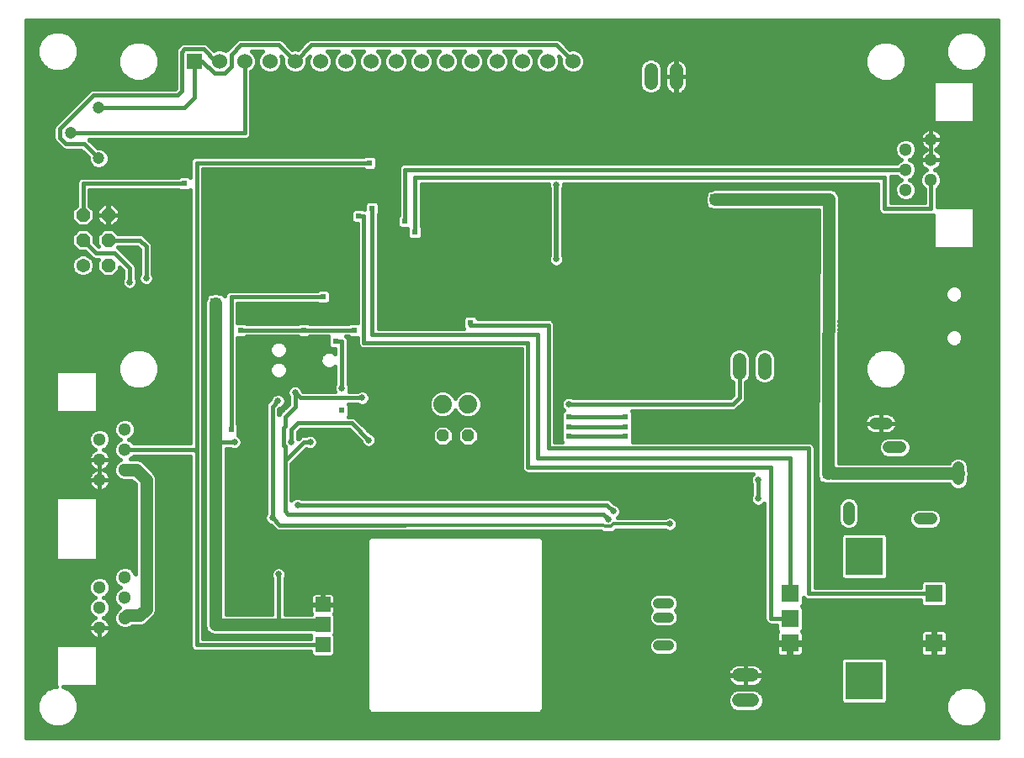
<source format=gtl>
G75*
%MOIN*%
%OFA0B0*%
%FSLAX25Y25*%
%IPPOS*%
%LPD*%
%AMOC8*
5,1,8,0,0,1.08239X$1,22.5*
%
%ADD10R,0.15024X0.15024*%
%ADD11R,0.07087X0.07087*%
%ADD12C,0.04134*%
%ADD13R,0.06000X0.06000*%
%ADD14C,0.06000*%
%ADD15C,0.05118*%
%ADD16C,0.07400*%
%ADD17R,0.05906X0.05906*%
%ADD18OC8,0.04800*%
%ADD19C,0.05400*%
%ADD20OC8,0.05400*%
%ADD21C,0.04724*%
%ADD22C,0.05400*%
%ADD23C,0.04724*%
%ADD24C,0.01600*%
%ADD25R,0.02400X0.02400*%
%ADD26R,0.03562X0.03562*%
%ADD27R,0.03169X0.03169*%
%ADD28R,0.04134X0.04134*%
%ADD29C,0.02578*%
%ADD30C,0.01400*%
%ADD31C,0.02000*%
%ADD32C,0.05000*%
D10*
X0336853Y0027194D03*
X0336853Y0076406D03*
D11*
X0364412Y0061643D03*
X0364412Y0041957D03*
X0307325Y0041957D03*
X0307325Y0051800D03*
X0307325Y0061643D03*
D12*
X0259392Y0057861D02*
X0255258Y0057861D01*
X0255258Y0052237D02*
X0259392Y0052237D01*
X0259392Y0046613D02*
X0255258Y0046613D01*
X0255258Y0040989D02*
X0259392Y0040989D01*
D13*
X0071341Y0272824D03*
D14*
X0081341Y0272824D03*
X0091341Y0272824D03*
X0101341Y0272824D03*
X0111341Y0272824D03*
X0121341Y0272824D03*
X0131341Y0272824D03*
X0141341Y0272824D03*
X0151341Y0272824D03*
X0161341Y0272824D03*
X0171341Y0272824D03*
X0181341Y0272824D03*
X0191341Y0272824D03*
X0201341Y0272824D03*
X0211341Y0272824D03*
X0221341Y0272824D03*
D15*
X0353270Y0237863D03*
X0363270Y0241800D03*
X0363270Y0233769D03*
X0353270Y0229831D03*
X0363270Y0225737D03*
X0353270Y0221800D03*
X0043880Y0126800D03*
X0033880Y0122863D03*
X0033880Y0114831D03*
X0043880Y0118769D03*
X0043880Y0110737D03*
X0033880Y0106800D03*
X0043880Y0068050D03*
X0033880Y0064113D03*
X0033880Y0056081D03*
X0043880Y0060019D03*
X0043880Y0051987D03*
X0033880Y0048050D03*
D16*
X0169825Y0136800D03*
X0179825Y0136800D03*
D17*
X0122325Y0057300D03*
X0122325Y0049300D03*
X0122325Y0041300D03*
D18*
X0169825Y0124300D03*
X0179825Y0124300D03*
D19*
X0027325Y0191800D03*
D20*
X0037325Y0191800D03*
X0037325Y0201800D03*
X0027325Y0201800D03*
X0027325Y0211800D03*
X0037325Y0211800D03*
D21*
X0033546Y0234300D03*
X0022325Y0244300D03*
X0033546Y0254300D03*
D22*
X0252325Y0264100D02*
X0252325Y0269500D01*
X0262325Y0269500D02*
X0262325Y0264100D01*
X0287325Y0154500D02*
X0287325Y0149100D01*
X0297325Y0149100D02*
X0297325Y0154500D01*
X0292525Y0029300D02*
X0287125Y0029300D01*
X0287125Y0019300D02*
X0292525Y0019300D01*
D23*
X0330750Y0091190D02*
X0330750Y0095914D01*
X0358703Y0091387D02*
X0363428Y0091387D01*
X0374057Y0106938D02*
X0374057Y0111662D01*
X0351223Y0119733D02*
X0346498Y0119733D01*
X0345711Y0129182D02*
X0340987Y0129182D01*
D24*
X0389725Y0004400D02*
X0004925Y0004400D01*
X0004925Y0289200D01*
X0389725Y0289200D01*
X0389725Y0004400D01*
X0389725Y0004997D02*
X0004925Y0004997D01*
X0004925Y0006596D02*
X0389725Y0006596D01*
X0389725Y0008194D02*
X0004925Y0008194D01*
X0004925Y0009793D02*
X0013078Y0009793D01*
X0012737Y0009934D02*
X0015714Y0008701D01*
X0018936Y0008701D01*
X0021913Y0009934D01*
X0024191Y0012212D01*
X0025424Y0015189D01*
X0025424Y0018411D01*
X0024191Y0021388D01*
X0021913Y0023666D01*
X0019296Y0024750D01*
X0032657Y0024750D01*
X0033125Y0025219D01*
X0033125Y0040881D01*
X0032657Y0041350D01*
X0016994Y0041350D01*
X0016525Y0040881D01*
X0016525Y0025219D01*
X0016845Y0024899D01*
X0015714Y0024899D01*
X0012737Y0023666D01*
X0010459Y0021388D01*
X0009226Y0018411D01*
X0009226Y0015189D01*
X0010459Y0012212D01*
X0012737Y0009934D01*
X0011280Y0011391D02*
X0004925Y0011391D01*
X0004925Y0012990D02*
X0010137Y0012990D01*
X0009475Y0014588D02*
X0004925Y0014588D01*
X0004925Y0016187D02*
X0009226Y0016187D01*
X0009226Y0017785D02*
X0004925Y0017785D01*
X0004925Y0019384D02*
X0009629Y0019384D01*
X0010291Y0020982D02*
X0004925Y0020982D01*
X0004925Y0022581D02*
X0011652Y0022581D01*
X0013976Y0024179D02*
X0004925Y0024179D01*
X0004925Y0025778D02*
X0016525Y0025778D01*
X0016525Y0027376D02*
X0004925Y0027376D01*
X0004925Y0028975D02*
X0016525Y0028975D01*
X0016525Y0030573D02*
X0004925Y0030573D01*
X0004925Y0032172D02*
X0016525Y0032172D01*
X0016525Y0033770D02*
X0004925Y0033770D01*
X0004925Y0035369D02*
X0016525Y0035369D01*
X0016525Y0036967D02*
X0004925Y0036967D01*
X0004925Y0038566D02*
X0016525Y0038566D01*
X0016525Y0040164D02*
X0004925Y0040164D01*
X0004925Y0041763D02*
X0069741Y0041763D01*
X0069741Y0040786D02*
X0070134Y0039836D01*
X0070861Y0039109D01*
X0071811Y0038716D01*
X0117588Y0038716D01*
X0117588Y0037608D01*
X0118633Y0036563D01*
X0126017Y0036563D01*
X0127062Y0037608D01*
X0127062Y0044992D01*
X0126754Y0045300D01*
X0127062Y0045608D01*
X0127062Y0052992D01*
X0126753Y0053301D01*
X0126955Y0053652D01*
X0127078Y0054110D01*
X0127078Y0057116D01*
X0122510Y0057116D01*
X0122510Y0057484D01*
X0127078Y0057484D01*
X0127078Y0060490D01*
X0126955Y0060948D01*
X0126718Y0061358D01*
X0126383Y0061693D01*
X0125973Y0061930D01*
X0125515Y0062053D01*
X0122509Y0062053D01*
X0122509Y0057484D01*
X0122141Y0057484D01*
X0122141Y0057116D01*
X0117572Y0057116D01*
X0117572Y0054110D01*
X0117695Y0053652D01*
X0117734Y0053584D01*
X0107409Y0053584D01*
X0107409Y0067538D01*
X0107431Y0067559D01*
X0107898Y0068689D01*
X0107898Y0069911D01*
X0107431Y0071041D01*
X0106566Y0071905D01*
X0105437Y0072373D01*
X0104214Y0072373D01*
X0103084Y0071905D01*
X0102220Y0071041D01*
X0101752Y0069911D01*
X0101752Y0068689D01*
X0102220Y0067559D01*
X0102241Y0067538D01*
X0102241Y0053584D01*
X0084109Y0053584D01*
X0084109Y0119216D01*
X0085563Y0119216D01*
X0085584Y0119195D01*
X0086714Y0118727D01*
X0087937Y0118727D01*
X0089066Y0119195D01*
X0089931Y0120059D01*
X0090398Y0121189D01*
X0090398Y0122411D01*
X0089931Y0123541D01*
X0089066Y0124405D01*
X0088669Y0124570D01*
X0088959Y0124861D01*
X0088959Y0128739D01*
X0088559Y0129139D01*
X0088559Y0163141D01*
X0091764Y0163141D01*
X0092289Y0163666D01*
X0112486Y0163666D01*
X0112886Y0163266D01*
X0116764Y0163266D01*
X0117164Y0163666D01*
X0124341Y0163666D01*
X0124341Y0159861D01*
X0125386Y0158816D01*
X0127241Y0158816D01*
X0127241Y0156905D01*
X0126836Y0157310D01*
X0125531Y0157850D01*
X0124119Y0157850D01*
X0122814Y0157310D01*
X0121816Y0156311D01*
X0121275Y0155006D01*
X0121275Y0153594D01*
X0121816Y0152289D01*
X0122814Y0151290D01*
X0124119Y0150750D01*
X0125531Y0150750D01*
X0126836Y0151290D01*
X0127241Y0151695D01*
X0127241Y0144812D01*
X0127220Y0144791D01*
X0126752Y0143661D01*
X0126752Y0142439D01*
X0126982Y0141884D01*
X0114550Y0141884D01*
X0114399Y0142036D01*
X0114399Y0142066D01*
X0113931Y0143195D01*
X0113066Y0144060D01*
X0111937Y0144527D01*
X0110714Y0144527D01*
X0109585Y0144060D01*
X0108720Y0143195D01*
X0108252Y0142066D01*
X0108252Y0140843D01*
X0108720Y0139713D01*
X0108741Y0139692D01*
X0108741Y0136871D01*
X0105861Y0133991D01*
X0105134Y0133264D01*
X0104909Y0132721D01*
X0104909Y0134740D01*
X0105146Y0134977D01*
X0105176Y0134977D01*
X0106306Y0135445D01*
X0107170Y0136309D01*
X0107638Y0137439D01*
X0107638Y0138661D01*
X0107170Y0139791D01*
X0106306Y0140655D01*
X0105176Y0141123D01*
X0103954Y0141123D01*
X0102824Y0140655D01*
X0101960Y0139791D01*
X0101492Y0138661D01*
X0101492Y0138631D01*
X0100134Y0137274D01*
X0099741Y0136324D01*
X0099741Y0093562D01*
X0099720Y0093541D01*
X0099252Y0092411D01*
X0099252Y0091189D01*
X0099720Y0090059D01*
X0100584Y0089195D01*
X0101714Y0088727D01*
X0101744Y0088727D01*
X0103794Y0086676D01*
X0104744Y0086283D01*
X0155339Y0086283D01*
X0155581Y0086383D01*
X0232449Y0086383D01*
X0232660Y0086172D01*
X0233573Y0085794D01*
X0237024Y0085794D01*
X0237937Y0086172D01*
X0238581Y0086816D01*
X0257963Y0086816D01*
X0258084Y0086695D01*
X0259214Y0086227D01*
X0260437Y0086227D01*
X0261566Y0086695D01*
X0262431Y0087559D01*
X0262898Y0088689D01*
X0262898Y0089911D01*
X0262431Y0091041D01*
X0261566Y0091905D01*
X0260437Y0092373D01*
X0259214Y0092373D01*
X0258084Y0091905D01*
X0257963Y0091784D01*
X0239156Y0091784D01*
X0239931Y0092559D01*
X0240398Y0093689D01*
X0240398Y0094911D01*
X0239931Y0096041D01*
X0239066Y0096905D01*
X0237937Y0097373D01*
X0237907Y0097373D01*
X0237016Y0098264D01*
X0236289Y0098991D01*
X0235339Y0099384D01*
X0114087Y0099384D01*
X0114066Y0099405D01*
X0112937Y0099873D01*
X0111714Y0099873D01*
X0110584Y0099405D01*
X0109909Y0098730D01*
X0109909Y0113230D01*
X0115790Y0119110D01*
X0116714Y0118727D01*
X0117937Y0118727D01*
X0119066Y0119195D01*
X0119931Y0120059D01*
X0120398Y0121189D01*
X0120398Y0122411D01*
X0119931Y0123541D01*
X0119066Y0124405D01*
X0117937Y0124873D01*
X0116714Y0124873D01*
X0115584Y0124405D01*
X0115563Y0124384D01*
X0114311Y0124384D01*
X0113361Y0123991D01*
X0112634Y0123264D01*
X0112571Y0123201D01*
X0112431Y0123541D01*
X0112409Y0123562D01*
X0112409Y0125730D01*
X0113396Y0126716D01*
X0132695Y0126716D01*
X0137414Y0121997D01*
X0137414Y0121967D01*
X0137882Y0120838D01*
X0138746Y0119973D01*
X0139876Y0119506D01*
X0141098Y0119506D01*
X0142228Y0119973D01*
X0143092Y0120838D01*
X0143560Y0121967D01*
X0143560Y0123190D01*
X0143092Y0124320D01*
X0142228Y0125184D01*
X0141098Y0125652D01*
X0141068Y0125652D01*
X0135230Y0131491D01*
X0134280Y0131884D01*
X0132333Y0131884D01*
X0132809Y0132361D01*
X0132809Y0136239D01*
X0132333Y0136716D01*
X0136136Y0136716D01*
X0136158Y0136695D01*
X0137287Y0136227D01*
X0138510Y0136227D01*
X0139639Y0136695D01*
X0140504Y0137559D01*
X0140972Y0138689D01*
X0140972Y0139911D01*
X0140504Y0141041D01*
X0139639Y0141905D01*
X0138510Y0142373D01*
X0137287Y0142373D01*
X0136158Y0141905D01*
X0136136Y0141884D01*
X0132669Y0141884D01*
X0132898Y0142439D01*
X0132898Y0143661D01*
X0132431Y0144791D01*
X0132409Y0144812D01*
X0132409Y0162314D01*
X0132016Y0163264D01*
X0131614Y0163666D01*
X0132486Y0163666D01*
X0132886Y0163266D01*
X0136041Y0163266D01*
X0136041Y0160736D01*
X0136434Y0159786D01*
X0137161Y0159059D01*
X0138111Y0158666D01*
X0201041Y0158666D01*
X0201041Y0111286D01*
X0201434Y0110336D01*
X0202161Y0109609D01*
X0203111Y0109216D01*
X0292895Y0109216D01*
X0292220Y0108541D01*
X0291752Y0107411D01*
X0291752Y0106189D01*
X0292220Y0105059D01*
X0292241Y0105038D01*
X0292241Y0101062D01*
X0292220Y0101041D01*
X0291752Y0099911D01*
X0291752Y0098689D01*
X0292220Y0097559D01*
X0293084Y0096695D01*
X0294214Y0096227D01*
X0295437Y0096227D01*
X0296566Y0096695D01*
X0297241Y0097370D01*
X0297241Y0051286D01*
X0297634Y0050336D01*
X0298361Y0049609D01*
X0299311Y0049216D01*
X0301998Y0049216D01*
X0301998Y0047518D01*
X0302625Y0046890D01*
X0302342Y0046606D01*
X0302105Y0046196D01*
X0301982Y0045738D01*
X0301982Y0042339D01*
X0306944Y0042339D01*
X0306944Y0041576D01*
X0307706Y0041576D01*
X0307706Y0036614D01*
X0311105Y0036614D01*
X0311563Y0036737D01*
X0311974Y0036974D01*
X0312309Y0037309D01*
X0312546Y0037719D01*
X0312668Y0038177D01*
X0312668Y0041576D01*
X0307706Y0041576D01*
X0307706Y0042339D01*
X0312668Y0042339D01*
X0312668Y0045738D01*
X0312546Y0046196D01*
X0312309Y0046606D01*
X0312025Y0046890D01*
X0312653Y0047518D01*
X0312653Y0056082D01*
X0312014Y0056721D01*
X0312653Y0057360D01*
X0312653Y0060160D01*
X0313361Y0059452D01*
X0314311Y0059058D01*
X0359084Y0059058D01*
X0359084Y0057360D01*
X0360129Y0056315D01*
X0368694Y0056315D01*
X0369739Y0057360D01*
X0369739Y0065925D01*
X0368694Y0066970D01*
X0360129Y0066970D01*
X0359084Y0065925D01*
X0359084Y0064227D01*
X0317409Y0064227D01*
X0317409Y0119814D01*
X0317016Y0120764D01*
X0316289Y0121491D01*
X0315339Y0121884D01*
X0245083Y0121884D01*
X0245259Y0122061D01*
X0245259Y0125939D01*
X0245248Y0125950D01*
X0245259Y0125961D01*
X0245259Y0129839D01*
X0245248Y0129850D01*
X0245259Y0129861D01*
X0245259Y0133739D01*
X0244783Y0134216D01*
X0285339Y0134216D01*
X0286289Y0134609D01*
X0288789Y0137109D01*
X0289516Y0137836D01*
X0289909Y0138786D01*
X0289909Y0145343D01*
X0291127Y0146560D01*
X0291809Y0148208D01*
X0291809Y0155392D01*
X0291127Y0157040D01*
X0289865Y0158302D01*
X0288217Y0158984D01*
X0286433Y0158984D01*
X0284785Y0158302D01*
X0283524Y0157040D01*
X0282841Y0155392D01*
X0282841Y0148208D01*
X0283524Y0146560D01*
X0284741Y0145343D01*
X0284741Y0140370D01*
X0283755Y0139384D01*
X0221587Y0139384D01*
X0221566Y0139405D01*
X0220437Y0139873D01*
X0219214Y0139873D01*
X0218084Y0139405D01*
X0217220Y0138541D01*
X0216752Y0137411D01*
X0216752Y0136189D01*
X0217220Y0135059D01*
X0217690Y0134589D01*
X0216841Y0133739D01*
X0216841Y0129861D01*
X0216852Y0129850D01*
X0216841Y0129839D01*
X0216841Y0125961D01*
X0216852Y0125950D01*
X0216841Y0125939D01*
X0216841Y0122061D01*
X0217018Y0121884D01*
X0214259Y0121884D01*
X0214259Y0168614D01*
X0213866Y0169564D01*
X0213139Y0170291D01*
X0212189Y0170684D01*
X0183809Y0170684D01*
X0183809Y0170989D01*
X0182764Y0172034D01*
X0178886Y0172034D01*
X0177841Y0170989D01*
X0177841Y0167111D01*
X0178068Y0166884D01*
X0144359Y0166884D01*
X0144359Y0211961D01*
X0144759Y0212361D01*
X0144759Y0216239D01*
X0143714Y0217284D01*
X0139836Y0217284D01*
X0138791Y0216239D01*
X0138791Y0214008D01*
X0138514Y0214284D01*
X0134636Y0214284D01*
X0133591Y0213239D01*
X0133591Y0209361D01*
X0134636Y0208316D01*
X0136041Y0208316D01*
X0136041Y0169234D01*
X0132886Y0169234D01*
X0132486Y0168834D01*
X0117164Y0168834D01*
X0116764Y0169234D01*
X0112886Y0169234D01*
X0112486Y0168834D01*
X0092039Y0168834D01*
X0091764Y0169109D01*
X0088559Y0169109D01*
X0088559Y0176716D01*
X0119986Y0176716D01*
X0120386Y0176316D01*
X0124264Y0176316D01*
X0125309Y0177361D01*
X0125309Y0181239D01*
X0124264Y0182284D01*
X0120386Y0182284D01*
X0119986Y0181884D01*
X0085461Y0181884D01*
X0084511Y0181491D01*
X0083784Y0180764D01*
X0083414Y0179869D01*
X0082631Y0180651D01*
X0081723Y0180651D01*
X0080677Y0181084D01*
X0078973Y0181084D01*
X0077927Y0180651D01*
X0077019Y0180651D01*
X0075974Y0179606D01*
X0075974Y0178698D01*
X0075541Y0177652D01*
X0075541Y0048448D01*
X0076193Y0046873D01*
X0077398Y0045668D01*
X0078973Y0045016D01*
X0117612Y0045016D01*
X0117588Y0044992D01*
X0117588Y0043884D01*
X0074909Y0043884D01*
X0074909Y0229966D01*
X0138536Y0229966D01*
X0138936Y0229566D01*
X0142814Y0229566D01*
X0143859Y0230611D01*
X0143859Y0234489D01*
X0142814Y0235534D01*
X0138936Y0235534D01*
X0138536Y0235134D01*
X0071811Y0235134D01*
X0070861Y0234741D01*
X0070134Y0234014D01*
X0069741Y0233064D01*
X0069741Y0226808D01*
X0069264Y0227284D01*
X0065386Y0227284D01*
X0064986Y0226884D01*
X0026811Y0226884D01*
X0025861Y0226491D01*
X0025134Y0225764D01*
X0024741Y0224814D01*
X0024741Y0215557D01*
X0022841Y0213657D01*
X0022841Y0209943D01*
X0025468Y0207316D01*
X0029183Y0207316D01*
X0031809Y0209943D01*
X0031809Y0213657D01*
X0029909Y0215557D01*
X0029909Y0221716D01*
X0064986Y0221716D01*
X0065386Y0221316D01*
X0069264Y0221316D01*
X0069741Y0221792D01*
X0069741Y0121353D01*
X0047438Y0121353D01*
X0046341Y0122451D01*
X0045535Y0122784D01*
X0046341Y0123118D01*
X0047562Y0124340D01*
X0048224Y0125936D01*
X0048224Y0127664D01*
X0047562Y0129260D01*
X0046341Y0130482D01*
X0044744Y0131143D01*
X0043016Y0131143D01*
X0041420Y0130482D01*
X0040198Y0129260D01*
X0039537Y0127664D01*
X0039537Y0125936D01*
X0040198Y0124340D01*
X0041420Y0123118D01*
X0042226Y0122784D01*
X0041420Y0122451D01*
X0040198Y0121229D01*
X0039537Y0119632D01*
X0039537Y0117905D01*
X0040198Y0116308D01*
X0041420Y0115086D01*
X0042226Y0114753D01*
X0041420Y0114419D01*
X0040198Y0113197D01*
X0039537Y0111601D01*
X0039537Y0109873D01*
X0040198Y0108277D01*
X0041420Y0107055D01*
X0043016Y0106394D01*
X0044744Y0106394D01*
X0044887Y0106453D01*
X0046614Y0106453D01*
X0048041Y0105025D01*
X0048041Y0069355D01*
X0047562Y0070510D01*
X0046341Y0071732D01*
X0044744Y0072393D01*
X0043016Y0072393D01*
X0041420Y0071732D01*
X0040198Y0070510D01*
X0039537Y0068914D01*
X0039537Y0067186D01*
X0040198Y0065590D01*
X0041420Y0064368D01*
X0042226Y0064034D01*
X0041420Y0063701D01*
X0040198Y0062479D01*
X0039537Y0060882D01*
X0039537Y0059155D01*
X0040198Y0057558D01*
X0041420Y0056336D01*
X0041951Y0056116D01*
X0041563Y0055728D01*
X0041420Y0055669D01*
X0040198Y0054447D01*
X0039537Y0052851D01*
X0039537Y0051123D01*
X0040198Y0049527D01*
X0041420Y0048305D01*
X0043016Y0047644D01*
X0044744Y0047644D01*
X0046341Y0048305D01*
X0046801Y0048766D01*
X0050677Y0048766D01*
X0052252Y0049418D01*
X0053457Y0050623D01*
X0055957Y0053123D01*
X0056609Y0054698D01*
X0056609Y0107652D01*
X0055957Y0109227D01*
X0054752Y0110432D01*
X0050815Y0114369D01*
X0049240Y0115021D01*
X0046183Y0115021D01*
X0046341Y0115086D01*
X0047438Y0116184D01*
X0069741Y0116184D01*
X0069741Y0040786D01*
X0069998Y0040164D02*
X0033125Y0040164D01*
X0033125Y0038566D02*
X0117588Y0038566D01*
X0118229Y0036967D02*
X0033125Y0036967D01*
X0033125Y0035369D02*
X0139725Y0035369D01*
X0139725Y0036967D02*
X0126421Y0036967D01*
X0127062Y0038566D02*
X0139725Y0038566D01*
X0139725Y0040164D02*
X0127062Y0040164D01*
X0127062Y0041763D02*
X0139725Y0041763D01*
X0139725Y0043361D02*
X0127062Y0043361D01*
X0127062Y0044960D02*
X0139725Y0044960D01*
X0139725Y0046558D02*
X0127062Y0046558D01*
X0127062Y0048157D02*
X0139725Y0048157D01*
X0139725Y0049755D02*
X0127062Y0049755D01*
X0127062Y0051354D02*
X0139725Y0051354D01*
X0139725Y0052952D02*
X0127062Y0052952D01*
X0127078Y0054551D02*
X0139725Y0054551D01*
X0139725Y0056149D02*
X0127078Y0056149D01*
X0127078Y0057748D02*
X0139725Y0057748D01*
X0139725Y0059346D02*
X0127078Y0059346D01*
X0126956Y0060945D02*
X0139725Y0060945D01*
X0139725Y0062543D02*
X0107409Y0062543D01*
X0107409Y0060945D02*
X0117694Y0060945D01*
X0117695Y0060948D02*
X0117572Y0060490D01*
X0117572Y0057484D01*
X0122141Y0057484D01*
X0122141Y0062053D01*
X0119135Y0062053D01*
X0118678Y0061930D01*
X0118267Y0061693D01*
X0117932Y0061358D01*
X0117695Y0060948D01*
X0117572Y0059346D02*
X0107409Y0059346D01*
X0107409Y0057748D02*
X0117572Y0057748D01*
X0117572Y0056149D02*
X0107409Y0056149D01*
X0107409Y0054551D02*
X0117572Y0054551D01*
X0122141Y0057748D02*
X0122509Y0057748D01*
X0122509Y0059346D02*
X0122141Y0059346D01*
X0122141Y0060945D02*
X0122509Y0060945D01*
X0107409Y0064142D02*
X0139725Y0064142D01*
X0139725Y0065740D02*
X0107409Y0065740D01*
X0107409Y0067339D02*
X0139725Y0067339D01*
X0139725Y0068937D02*
X0107898Y0068937D01*
X0107640Y0070536D02*
X0139725Y0070536D01*
X0139725Y0072134D02*
X0106013Y0072134D01*
X0103638Y0072134D02*
X0084109Y0072134D01*
X0084109Y0070536D02*
X0102011Y0070536D01*
X0101752Y0068937D02*
X0084109Y0068937D01*
X0084109Y0067339D02*
X0102241Y0067339D01*
X0102241Y0065740D02*
X0084109Y0065740D01*
X0084109Y0064142D02*
X0102241Y0064142D01*
X0102241Y0062543D02*
X0084109Y0062543D01*
X0084109Y0060945D02*
X0102241Y0060945D01*
X0102241Y0059346D02*
X0084109Y0059346D01*
X0084109Y0057748D02*
X0102241Y0057748D01*
X0102241Y0056149D02*
X0084109Y0056149D01*
X0084109Y0054551D02*
X0102241Y0054551D01*
X0104825Y0049870D02*
X0104256Y0049300D01*
X0104825Y0049870D02*
X0104825Y0069300D01*
X0084109Y0073733D02*
X0139725Y0073733D01*
X0139725Y0075332D02*
X0084109Y0075332D01*
X0084109Y0076930D02*
X0139725Y0076930D01*
X0139725Y0078529D02*
X0084109Y0078529D01*
X0084109Y0080127D02*
X0139725Y0080127D01*
X0139725Y0081726D02*
X0084109Y0081726D01*
X0084109Y0083324D02*
X0140172Y0083324D01*
X0140121Y0083273D02*
X0139725Y0082317D01*
X0139725Y0016283D01*
X0140121Y0015327D01*
X0140852Y0014596D01*
X0141808Y0014200D01*
X0142842Y0014200D01*
X0207842Y0014200D01*
X0208798Y0014596D01*
X0209529Y0015327D01*
X0209925Y0016283D01*
X0209925Y0082317D01*
X0209529Y0083273D01*
X0208798Y0084004D01*
X0207842Y0084400D01*
X0141808Y0084400D01*
X0140852Y0084004D01*
X0140121Y0083273D01*
X0154825Y0088867D02*
X0105258Y0088867D01*
X0102325Y0091800D01*
X0102325Y0135810D01*
X0104565Y0138050D01*
X0105786Y0140870D02*
X0108252Y0140870D01*
X0108420Y0142469D02*
X0088559Y0142469D01*
X0088559Y0140870D02*
X0103344Y0140870D01*
X0101745Y0139272D02*
X0088559Y0139272D01*
X0088559Y0137673D02*
X0100534Y0137673D01*
X0099741Y0136075D02*
X0088559Y0136075D01*
X0088559Y0134476D02*
X0099741Y0134476D01*
X0099741Y0132878D02*
X0088559Y0132878D01*
X0088559Y0131279D02*
X0099741Y0131279D01*
X0099741Y0129681D02*
X0088559Y0129681D01*
X0088959Y0128082D02*
X0099741Y0128082D01*
X0099741Y0126484D02*
X0088959Y0126484D01*
X0088959Y0124885D02*
X0099741Y0124885D01*
X0099741Y0123287D02*
X0090036Y0123287D01*
X0090398Y0121688D02*
X0099741Y0121688D01*
X0099741Y0120090D02*
X0089943Y0120090D01*
X0087325Y0121800D02*
X0079964Y0121800D01*
X0079825Y0121938D01*
X0075541Y0121688D02*
X0074909Y0121688D01*
X0074909Y0120090D02*
X0075541Y0120090D01*
X0075541Y0118491D02*
X0074909Y0118491D01*
X0074909Y0116893D02*
X0075541Y0116893D01*
X0075541Y0115294D02*
X0074909Y0115294D01*
X0074909Y0113696D02*
X0075541Y0113696D01*
X0075541Y0112097D02*
X0074909Y0112097D01*
X0074909Y0110499D02*
X0075541Y0110499D01*
X0075541Y0108900D02*
X0074909Y0108900D01*
X0074909Y0107302D02*
X0075541Y0107302D01*
X0075541Y0105703D02*
X0074909Y0105703D01*
X0074909Y0104105D02*
X0075541Y0104105D01*
X0075541Y0102506D02*
X0074909Y0102506D01*
X0074909Y0100908D02*
X0075541Y0100908D01*
X0075541Y0099309D02*
X0074909Y0099309D01*
X0074909Y0097711D02*
X0075541Y0097711D01*
X0075541Y0096112D02*
X0074909Y0096112D01*
X0074909Y0094514D02*
X0075541Y0094514D01*
X0075541Y0092915D02*
X0074909Y0092915D01*
X0074909Y0091317D02*
X0075541Y0091317D01*
X0075541Y0089718D02*
X0074909Y0089718D01*
X0074909Y0088120D02*
X0075541Y0088120D01*
X0075541Y0086521D02*
X0074909Y0086521D01*
X0074909Y0084923D02*
X0075541Y0084923D01*
X0075541Y0083324D02*
X0074909Y0083324D01*
X0074909Y0081726D02*
X0075541Y0081726D01*
X0075541Y0080127D02*
X0074909Y0080127D01*
X0074909Y0078529D02*
X0075541Y0078529D01*
X0075541Y0076930D02*
X0074909Y0076930D01*
X0074909Y0075332D02*
X0075541Y0075332D01*
X0075541Y0073733D02*
X0074909Y0073733D01*
X0074909Y0072134D02*
X0075541Y0072134D01*
X0075541Y0070536D02*
X0074909Y0070536D01*
X0074909Y0068937D02*
X0075541Y0068937D01*
X0075541Y0067339D02*
X0074909Y0067339D01*
X0074909Y0065740D02*
X0075541Y0065740D01*
X0075541Y0064142D02*
X0074909Y0064142D01*
X0074909Y0062543D02*
X0075541Y0062543D01*
X0075541Y0060945D02*
X0074909Y0060945D01*
X0074909Y0059346D02*
X0075541Y0059346D01*
X0075541Y0057748D02*
X0074909Y0057748D01*
X0074909Y0056149D02*
X0075541Y0056149D01*
X0075541Y0054551D02*
X0074909Y0054551D01*
X0074909Y0052952D02*
X0075541Y0052952D01*
X0075541Y0051354D02*
X0074909Y0051354D01*
X0074909Y0049755D02*
X0075541Y0049755D01*
X0075661Y0048157D02*
X0074909Y0048157D01*
X0074909Y0046558D02*
X0076508Y0046558D01*
X0074909Y0044960D02*
X0117588Y0044960D01*
X0122325Y0041300D02*
X0072325Y0041300D01*
X0072325Y0117925D01*
X0071482Y0118769D01*
X0043880Y0118769D01*
X0040658Y0121688D02*
X0038095Y0121688D01*
X0038224Y0121999D02*
X0038224Y0123727D01*
X0037562Y0125323D01*
X0036341Y0126545D01*
X0034744Y0127206D01*
X0033016Y0127206D01*
X0031420Y0126545D01*
X0030198Y0125323D01*
X0029537Y0123727D01*
X0029537Y0121999D01*
X0030198Y0120403D01*
X0031420Y0119181D01*
X0032189Y0118862D01*
X0031596Y0118560D01*
X0031041Y0118156D01*
X0030555Y0117671D01*
X0030152Y0117116D01*
X0029841Y0116505D01*
X0029629Y0115852D01*
X0029521Y0115175D01*
X0029521Y0114832D01*
X0033880Y0114832D01*
X0033880Y0114831D01*
X0033880Y0114831D01*
X0033880Y0106800D01*
X0033880Y0106800D01*
X0029521Y0106800D01*
X0029521Y0106457D01*
X0029629Y0105779D01*
X0029841Y0105127D01*
X0030152Y0104515D01*
X0030555Y0103960D01*
X0031041Y0103475D01*
X0031596Y0103072D01*
X0032207Y0102760D01*
X0032860Y0102548D01*
X0033537Y0102441D01*
X0033880Y0102441D01*
X0033880Y0106800D01*
X0029521Y0106800D01*
X0029521Y0107143D01*
X0029629Y0107821D01*
X0029841Y0108473D01*
X0030152Y0109085D01*
X0030555Y0109640D01*
X0031041Y0110125D01*
X0031596Y0110528D01*
X0032160Y0110816D01*
X0031596Y0111103D01*
X0031041Y0111507D01*
X0030555Y0111992D01*
X0030152Y0112547D01*
X0029841Y0113158D01*
X0029629Y0113811D01*
X0029521Y0114488D01*
X0029521Y0114831D01*
X0033880Y0114831D01*
X0033880Y0110472D01*
X0033880Y0106800D01*
X0033880Y0106800D01*
X0033880Y0106800D01*
X0033880Y0102441D01*
X0034223Y0102441D01*
X0034901Y0102548D01*
X0035554Y0102760D01*
X0036165Y0103072D01*
X0036720Y0103475D01*
X0037205Y0103960D01*
X0037609Y0104515D01*
X0037920Y0105127D01*
X0038132Y0105779D01*
X0038239Y0106457D01*
X0038239Y0106800D01*
X0038239Y0107143D01*
X0038132Y0107821D01*
X0037920Y0108473D01*
X0037609Y0109085D01*
X0037205Y0109640D01*
X0036720Y0110125D01*
X0036165Y0110528D01*
X0035601Y0110816D01*
X0036165Y0111103D01*
X0036720Y0111507D01*
X0037205Y0111992D01*
X0037609Y0112547D01*
X0037920Y0113158D01*
X0038132Y0113811D01*
X0038239Y0114488D01*
X0038239Y0114831D01*
X0033880Y0114831D01*
X0033880Y0114832D01*
X0038239Y0114832D01*
X0038239Y0115175D01*
X0038132Y0115852D01*
X0037920Y0116505D01*
X0037609Y0117116D01*
X0037205Y0117671D01*
X0036720Y0118156D01*
X0036165Y0118560D01*
X0035571Y0118862D01*
X0036341Y0119181D01*
X0037562Y0120403D01*
X0038224Y0121999D01*
X0038224Y0123287D02*
X0041251Y0123287D01*
X0039972Y0124885D02*
X0037744Y0124885D01*
X0036402Y0126484D02*
X0039537Y0126484D01*
X0039710Y0128082D02*
X0004925Y0128082D01*
X0004925Y0126484D02*
X0031359Y0126484D01*
X0030017Y0124885D02*
X0004925Y0124885D01*
X0004925Y0123287D02*
X0029537Y0123287D01*
X0029666Y0121688D02*
X0004925Y0121688D01*
X0004925Y0120090D02*
X0030511Y0120090D01*
X0031502Y0118491D02*
X0004925Y0118491D01*
X0004925Y0116893D02*
X0030038Y0116893D01*
X0029540Y0115294D02*
X0004925Y0115294D01*
X0004925Y0113696D02*
X0029666Y0113696D01*
X0030479Y0112097D02*
X0004925Y0112097D01*
X0004925Y0110499D02*
X0031555Y0110499D01*
X0030058Y0108900D02*
X0004925Y0108900D01*
X0004925Y0107302D02*
X0029546Y0107302D01*
X0029653Y0105703D02*
X0004925Y0105703D01*
X0004925Y0104105D02*
X0030450Y0104105D01*
X0033125Y0102506D02*
X0004925Y0102506D01*
X0004925Y0100908D02*
X0048041Y0100908D01*
X0048041Y0102506D02*
X0034635Y0102506D01*
X0033880Y0102506D02*
X0033880Y0102506D01*
X0033880Y0104105D02*
X0033880Y0104105D01*
X0033880Y0105703D02*
X0033880Y0105703D01*
X0033880Y0106800D02*
X0033880Y0106800D01*
X0038239Y0106800D01*
X0033880Y0106800D01*
X0033880Y0107302D02*
X0033880Y0107302D01*
X0033880Y0108900D02*
X0033880Y0108900D01*
X0033880Y0110499D02*
X0033880Y0110499D01*
X0033880Y0112097D02*
X0033880Y0112097D01*
X0033880Y0113696D02*
X0033880Y0113696D01*
X0037282Y0112097D02*
X0039743Y0112097D01*
X0039537Y0110499D02*
X0036205Y0110499D01*
X0037702Y0108900D02*
X0039940Y0108900D01*
X0041173Y0107302D02*
X0038214Y0107302D01*
X0038107Y0105703D02*
X0047363Y0105703D01*
X0048041Y0104105D02*
X0037310Y0104105D01*
X0033125Y0099631D02*
X0032657Y0100100D01*
X0016994Y0100100D01*
X0016525Y0099631D01*
X0016525Y0090881D01*
X0016525Y0075219D01*
X0016994Y0074750D01*
X0032657Y0074750D01*
X0033125Y0075219D01*
X0033125Y0099631D01*
X0033125Y0099309D02*
X0048041Y0099309D01*
X0048041Y0097711D02*
X0033125Y0097711D01*
X0033125Y0096112D02*
X0048041Y0096112D01*
X0048041Y0094514D02*
X0033125Y0094514D01*
X0033125Y0092915D02*
X0048041Y0092915D01*
X0048041Y0091317D02*
X0033125Y0091317D01*
X0033125Y0089718D02*
X0048041Y0089718D01*
X0048041Y0088120D02*
X0033125Y0088120D01*
X0033125Y0086521D02*
X0048041Y0086521D01*
X0048041Y0084923D02*
X0033125Y0084923D01*
X0033125Y0083324D02*
X0048041Y0083324D01*
X0048041Y0081726D02*
X0033125Y0081726D01*
X0033125Y0080127D02*
X0048041Y0080127D01*
X0048041Y0078529D02*
X0033125Y0078529D01*
X0033125Y0076930D02*
X0048041Y0076930D01*
X0048041Y0075332D02*
X0033125Y0075332D01*
X0033016Y0068456D02*
X0031420Y0067795D01*
X0030198Y0066573D01*
X0029537Y0064977D01*
X0029537Y0063249D01*
X0030198Y0061653D01*
X0031420Y0060431D01*
X0032226Y0060097D01*
X0031420Y0059764D01*
X0030198Y0058542D01*
X0029537Y0056945D01*
X0029537Y0055218D01*
X0030198Y0053621D01*
X0031420Y0052399D01*
X0032189Y0052081D01*
X0031596Y0051778D01*
X0031041Y0051375D01*
X0030555Y0050890D01*
X0030152Y0050335D01*
X0029841Y0049723D01*
X0029629Y0049071D01*
X0029521Y0048393D01*
X0029521Y0048050D01*
X0029521Y0047707D01*
X0029629Y0047029D01*
X0029841Y0046377D01*
X0030152Y0045765D01*
X0030555Y0045210D01*
X0031041Y0044725D01*
X0031596Y0044322D01*
X0032207Y0044010D01*
X0032860Y0043798D01*
X0033537Y0043691D01*
X0033880Y0043691D01*
X0033880Y0048050D01*
X0033880Y0048050D01*
X0029521Y0048050D01*
X0033880Y0048050D01*
X0033880Y0048050D01*
X0033880Y0043691D01*
X0034223Y0043691D01*
X0034901Y0043798D01*
X0035554Y0044010D01*
X0036165Y0044322D01*
X0036720Y0044725D01*
X0037205Y0045210D01*
X0037609Y0045765D01*
X0037920Y0046377D01*
X0038132Y0047029D01*
X0038239Y0047707D01*
X0038239Y0048050D01*
X0038239Y0048393D01*
X0038132Y0049071D01*
X0037920Y0049723D01*
X0037609Y0050335D01*
X0037205Y0050890D01*
X0036720Y0051375D01*
X0036165Y0051778D01*
X0035571Y0052081D01*
X0036341Y0052399D01*
X0037562Y0053621D01*
X0038224Y0055218D01*
X0038224Y0056945D01*
X0037562Y0058542D01*
X0036341Y0059764D01*
X0035535Y0060097D01*
X0036341Y0060431D01*
X0037562Y0061653D01*
X0038224Y0063249D01*
X0038224Y0064977D01*
X0037562Y0066573D01*
X0036341Y0067795D01*
X0034744Y0068456D01*
X0033016Y0068456D01*
X0030964Y0067339D02*
X0004925Y0067339D01*
X0004925Y0068937D02*
X0039547Y0068937D01*
X0039537Y0067339D02*
X0036797Y0067339D01*
X0037907Y0065740D02*
X0040136Y0065740D01*
X0041966Y0064142D02*
X0038224Y0064142D01*
X0037931Y0062543D02*
X0040263Y0062543D01*
X0039563Y0060945D02*
X0036855Y0060945D01*
X0036758Y0059346D02*
X0039537Y0059346D01*
X0040120Y0057748D02*
X0037891Y0057748D01*
X0038224Y0056149D02*
X0041872Y0056149D01*
X0040302Y0054551D02*
X0037947Y0054551D01*
X0036894Y0052952D02*
X0039579Y0052952D01*
X0039537Y0051354D02*
X0036741Y0051354D01*
X0037904Y0049755D02*
X0040104Y0049755D01*
X0041778Y0048157D02*
X0038239Y0048157D01*
X0038239Y0048050D02*
X0033880Y0048050D01*
X0033880Y0048050D01*
X0038239Y0048050D01*
X0037979Y0046558D02*
X0069741Y0046558D01*
X0069741Y0044960D02*
X0036955Y0044960D01*
X0033880Y0044960D02*
X0033880Y0044960D01*
X0033880Y0046558D02*
X0033880Y0046558D01*
X0030806Y0044960D02*
X0004925Y0044960D01*
X0004925Y0046558D02*
X0029782Y0046558D01*
X0029521Y0048157D02*
X0004925Y0048157D01*
X0004925Y0049755D02*
X0029857Y0049755D01*
X0031020Y0051354D02*
X0004925Y0051354D01*
X0004925Y0052952D02*
X0030867Y0052952D01*
X0029813Y0054551D02*
X0004925Y0054551D01*
X0004925Y0056149D02*
X0029537Y0056149D01*
X0029869Y0057748D02*
X0004925Y0057748D01*
X0004925Y0059346D02*
X0031003Y0059346D01*
X0030906Y0060945D02*
X0004925Y0060945D01*
X0004925Y0062543D02*
X0029829Y0062543D01*
X0029537Y0064142D02*
X0004925Y0064142D01*
X0004925Y0065740D02*
X0029853Y0065740D01*
X0040224Y0070536D02*
X0004925Y0070536D01*
X0004925Y0072134D02*
X0042392Y0072134D01*
X0045369Y0072134D02*
X0048041Y0072134D01*
X0048041Y0070536D02*
X0047537Y0070536D01*
X0048041Y0073733D02*
X0004925Y0073733D01*
X0004925Y0075332D02*
X0016525Y0075332D01*
X0016525Y0076930D02*
X0004925Y0076930D01*
X0004925Y0078529D02*
X0016525Y0078529D01*
X0016525Y0080127D02*
X0004925Y0080127D01*
X0004925Y0081726D02*
X0016525Y0081726D01*
X0016525Y0083324D02*
X0004925Y0083324D01*
X0004925Y0084923D02*
X0016525Y0084923D01*
X0016525Y0086521D02*
X0004925Y0086521D01*
X0004925Y0088120D02*
X0016525Y0088120D01*
X0016525Y0089718D02*
X0004925Y0089718D01*
X0004925Y0091317D02*
X0016525Y0091317D01*
X0016525Y0092915D02*
X0004925Y0092915D01*
X0004925Y0094514D02*
X0016525Y0094514D01*
X0016525Y0096112D02*
X0004925Y0096112D01*
X0004925Y0097711D02*
X0016525Y0097711D01*
X0016525Y0099309D02*
X0004925Y0099309D01*
X0036259Y0118491D02*
X0039537Y0118491D01*
X0039726Y0120090D02*
X0037250Y0120090D01*
X0037722Y0116893D02*
X0039956Y0116893D01*
X0041212Y0115294D02*
X0038220Y0115294D01*
X0038095Y0113696D02*
X0040697Y0113696D01*
X0046548Y0115294D02*
X0069741Y0115294D01*
X0069741Y0113696D02*
X0051488Y0113696D01*
X0053087Y0112097D02*
X0069741Y0112097D01*
X0069741Y0110499D02*
X0054685Y0110499D01*
X0056092Y0108900D02*
X0069741Y0108900D01*
X0069741Y0107302D02*
X0056609Y0107302D01*
X0056609Y0105703D02*
X0069741Y0105703D01*
X0069741Y0104105D02*
X0056609Y0104105D01*
X0056609Y0102506D02*
X0069741Y0102506D01*
X0069741Y0100908D02*
X0056609Y0100908D01*
X0056609Y0099309D02*
X0069741Y0099309D01*
X0069741Y0097711D02*
X0056609Y0097711D01*
X0056609Y0096112D02*
X0069741Y0096112D01*
X0069741Y0094514D02*
X0056609Y0094514D01*
X0056609Y0092915D02*
X0069741Y0092915D01*
X0069741Y0091317D02*
X0056609Y0091317D01*
X0056609Y0089718D02*
X0069741Y0089718D01*
X0069741Y0088120D02*
X0056609Y0088120D01*
X0056609Y0086521D02*
X0069741Y0086521D01*
X0069741Y0084923D02*
X0056609Y0084923D01*
X0056609Y0083324D02*
X0069741Y0083324D01*
X0069741Y0081726D02*
X0056609Y0081726D01*
X0056609Y0080127D02*
X0069741Y0080127D01*
X0069741Y0078529D02*
X0056609Y0078529D01*
X0056609Y0076930D02*
X0069741Y0076930D01*
X0069741Y0075332D02*
X0056609Y0075332D01*
X0056609Y0073733D02*
X0069741Y0073733D01*
X0069741Y0072134D02*
X0056609Y0072134D01*
X0056609Y0070536D02*
X0069741Y0070536D01*
X0069741Y0068937D02*
X0056609Y0068937D01*
X0056609Y0067339D02*
X0069741Y0067339D01*
X0069741Y0065740D02*
X0056609Y0065740D01*
X0056609Y0064142D02*
X0069741Y0064142D01*
X0069741Y0062543D02*
X0056609Y0062543D01*
X0056609Y0060945D02*
X0069741Y0060945D01*
X0069741Y0059346D02*
X0056609Y0059346D01*
X0056609Y0057748D02*
X0069741Y0057748D01*
X0069741Y0056149D02*
X0056609Y0056149D01*
X0056549Y0054551D02*
X0069741Y0054551D01*
X0069741Y0052952D02*
X0055786Y0052952D01*
X0054188Y0051354D02*
X0069741Y0051354D01*
X0069741Y0049755D02*
X0052589Y0049755D01*
X0045983Y0048157D02*
X0069741Y0048157D01*
X0069741Y0043361D02*
X0004925Y0043361D01*
X0020675Y0024179D02*
X0139725Y0024179D01*
X0139725Y0022581D02*
X0022999Y0022581D01*
X0024359Y0020982D02*
X0139725Y0020982D01*
X0139725Y0019384D02*
X0025022Y0019384D01*
X0025424Y0017785D02*
X0139725Y0017785D01*
X0139765Y0016187D02*
X0025424Y0016187D01*
X0025176Y0014588D02*
X0140871Y0014588D01*
X0139725Y0025778D02*
X0033125Y0025778D01*
X0033125Y0027376D02*
X0139725Y0027376D01*
X0139725Y0028975D02*
X0033125Y0028975D01*
X0033125Y0030573D02*
X0139725Y0030573D01*
X0139725Y0032172D02*
X0033125Y0032172D01*
X0033125Y0033770D02*
X0139725Y0033770D01*
X0208779Y0014588D02*
X0369475Y0014588D01*
X0369226Y0015189D02*
X0370459Y0012212D01*
X0372737Y0009934D01*
X0375714Y0008701D01*
X0378936Y0008701D01*
X0381913Y0009934D01*
X0384191Y0012212D01*
X0385424Y0015189D01*
X0385424Y0018411D01*
X0384191Y0021388D01*
X0381913Y0023666D01*
X0378936Y0024899D01*
X0375714Y0024899D01*
X0372737Y0023666D01*
X0370459Y0021388D01*
X0369226Y0018411D01*
X0369226Y0015189D01*
X0369226Y0016187D02*
X0295753Y0016187D01*
X0296327Y0016760D02*
X0297009Y0018408D01*
X0297009Y0020192D01*
X0296327Y0021840D01*
X0295065Y0023102D01*
X0293417Y0023784D01*
X0286233Y0023784D01*
X0284585Y0023102D01*
X0283324Y0021840D01*
X0282641Y0020192D01*
X0282641Y0018408D01*
X0283324Y0016760D01*
X0284585Y0015498D01*
X0286233Y0014816D01*
X0293417Y0014816D01*
X0295065Y0015498D01*
X0296327Y0016760D01*
X0296751Y0017785D02*
X0369226Y0017785D01*
X0369629Y0019384D02*
X0346149Y0019384D01*
X0346149Y0018943D02*
X0346149Y0035445D01*
X0345104Y0036490D01*
X0328602Y0036490D01*
X0327557Y0035445D01*
X0327557Y0018943D01*
X0328602Y0017898D01*
X0345104Y0017898D01*
X0346149Y0018943D01*
X0346149Y0020982D02*
X0370291Y0020982D01*
X0371652Y0022581D02*
X0346149Y0022581D01*
X0346149Y0024179D02*
X0373976Y0024179D01*
X0380675Y0024179D02*
X0389725Y0024179D01*
X0389725Y0022581D02*
X0382999Y0022581D01*
X0384359Y0020982D02*
X0389725Y0020982D01*
X0389725Y0019384D02*
X0385022Y0019384D01*
X0385424Y0017785D02*
X0389725Y0017785D01*
X0389725Y0016187D02*
X0385424Y0016187D01*
X0385176Y0014588D02*
X0389725Y0014588D01*
X0389725Y0012990D02*
X0384513Y0012990D01*
X0383370Y0011391D02*
X0389725Y0011391D01*
X0389725Y0009793D02*
X0381572Y0009793D01*
X0373078Y0009793D02*
X0021572Y0009793D01*
X0023370Y0011391D02*
X0371280Y0011391D01*
X0370137Y0012990D02*
X0024513Y0012990D01*
X0084109Y0084923D02*
X0297241Y0084923D01*
X0297241Y0086521D02*
X0261147Y0086521D01*
X0262663Y0088120D02*
X0297241Y0088120D01*
X0297241Y0089718D02*
X0262898Y0089718D01*
X0262155Y0091317D02*
X0297241Y0091317D01*
X0297241Y0092915D02*
X0240078Y0092915D01*
X0240398Y0094514D02*
X0297241Y0094514D01*
X0297241Y0096112D02*
X0239859Y0096112D01*
X0237569Y0097711D02*
X0292157Y0097711D01*
X0291752Y0099309D02*
X0235520Y0099309D01*
X0234825Y0096800D02*
X0112325Y0096800D01*
X0110488Y0099309D02*
X0109909Y0099309D01*
X0109909Y0100908D02*
X0292165Y0100908D01*
X0292241Y0102506D02*
X0109909Y0102506D01*
X0109909Y0104105D02*
X0292241Y0104105D01*
X0291953Y0105703D02*
X0109909Y0105703D01*
X0109909Y0107302D02*
X0291752Y0107302D01*
X0292579Y0108900D02*
X0109909Y0108900D01*
X0109909Y0110499D02*
X0201367Y0110499D01*
X0201041Y0112097D02*
X0109909Y0112097D01*
X0110376Y0113696D02*
X0201041Y0113696D01*
X0201041Y0115294D02*
X0111974Y0115294D01*
X0113573Y0116893D02*
X0201041Y0116893D01*
X0201041Y0118491D02*
X0115171Y0118491D01*
X0114825Y0121800D02*
X0117325Y0121800D01*
X0114825Y0121800D02*
X0107325Y0114300D01*
X0107325Y0119954D01*
X0106752Y0120527D01*
X0106752Y0127381D01*
X0107325Y0127955D01*
X0107325Y0131800D01*
X0111326Y0135800D01*
X0111326Y0141454D01*
X0113480Y0139300D01*
X0137898Y0139300D01*
X0140972Y0139272D02*
X0164913Y0139272D01*
X0165176Y0139907D02*
X0164341Y0137891D01*
X0164341Y0135709D01*
X0165176Y0133693D01*
X0166719Y0132151D01*
X0168734Y0131316D01*
X0170916Y0131316D01*
X0172932Y0132151D01*
X0174475Y0133693D01*
X0174825Y0134540D01*
X0175176Y0133693D01*
X0176719Y0132151D01*
X0178734Y0131316D01*
X0180916Y0131316D01*
X0182932Y0132151D01*
X0184475Y0133693D01*
X0185309Y0135709D01*
X0185309Y0137891D01*
X0184475Y0139907D01*
X0182932Y0141449D01*
X0180916Y0142284D01*
X0178734Y0142284D01*
X0176719Y0141449D01*
X0175176Y0139907D01*
X0174825Y0139060D01*
X0174475Y0139907D01*
X0172932Y0141449D01*
X0170916Y0142284D01*
X0168734Y0142284D01*
X0166719Y0141449D01*
X0165176Y0139907D01*
X0166140Y0140870D02*
X0140574Y0140870D01*
X0140551Y0137673D02*
X0164341Y0137673D01*
X0164341Y0136075D02*
X0132809Y0136075D01*
X0132809Y0134476D02*
X0164852Y0134476D01*
X0165991Y0132878D02*
X0132809Y0132878D01*
X0135441Y0131279D02*
X0201041Y0131279D01*
X0201041Y0129681D02*
X0137040Y0129681D01*
X0138638Y0128082D02*
X0167690Y0128082D01*
X0168092Y0128484D02*
X0165641Y0126033D01*
X0165641Y0122567D01*
X0168092Y0120116D01*
X0171558Y0120116D01*
X0174009Y0122567D01*
X0174009Y0126033D01*
X0171558Y0128484D01*
X0168092Y0128484D01*
X0166092Y0126484D02*
X0140237Y0126484D01*
X0142527Y0124885D02*
X0165641Y0124885D01*
X0165641Y0123287D02*
X0143520Y0123287D01*
X0143445Y0121688D02*
X0166519Y0121688D01*
X0173131Y0121688D02*
X0176519Y0121688D01*
X0175641Y0122567D02*
X0175641Y0126033D01*
X0178092Y0128484D01*
X0181558Y0128484D01*
X0184009Y0126033D01*
X0184009Y0122567D01*
X0181558Y0120116D01*
X0178092Y0120116D01*
X0175641Y0122567D01*
X0175641Y0123287D02*
X0174009Y0123287D01*
X0174009Y0124885D02*
X0175641Y0124885D01*
X0176092Y0126484D02*
X0173559Y0126484D01*
X0171960Y0128082D02*
X0177690Y0128082D01*
X0181960Y0128082D02*
X0201041Y0128082D01*
X0201041Y0126484D02*
X0183559Y0126484D01*
X0184009Y0124885D02*
X0201041Y0124885D01*
X0201041Y0123287D02*
X0184009Y0123287D01*
X0183131Y0121688D02*
X0201041Y0121688D01*
X0201041Y0120090D02*
X0142344Y0120090D01*
X0140487Y0122579D02*
X0133766Y0129300D01*
X0112325Y0129300D01*
X0109825Y0126800D01*
X0109825Y0121800D01*
X0112536Y0123287D02*
X0112657Y0123287D01*
X0112409Y0124885D02*
X0134526Y0124885D01*
X0136124Y0123287D02*
X0120036Y0123287D01*
X0120398Y0121688D02*
X0137529Y0121688D01*
X0138630Y0120090D02*
X0119943Y0120090D01*
X0113164Y0126484D02*
X0132927Y0126484D01*
X0132898Y0142469D02*
X0201041Y0142469D01*
X0201041Y0140870D02*
X0183511Y0140870D01*
X0184737Y0139272D02*
X0201041Y0139272D01*
X0201041Y0137673D02*
X0185309Y0137673D01*
X0185309Y0136075D02*
X0201041Y0136075D01*
X0201041Y0134476D02*
X0184799Y0134476D01*
X0183659Y0132878D02*
X0201041Y0132878D01*
X0214259Y0132878D02*
X0216841Y0132878D01*
X0216841Y0131279D02*
X0214259Y0131279D01*
X0214259Y0129681D02*
X0216841Y0129681D01*
X0216841Y0128082D02*
X0214259Y0128082D01*
X0214259Y0126484D02*
X0216841Y0126484D01*
X0216841Y0124885D02*
X0214259Y0124885D01*
X0214259Y0123287D02*
X0216841Y0123287D01*
X0219825Y0124000D02*
X0242275Y0124000D01*
X0245259Y0123287D02*
X0318121Y0123287D01*
X0318130Y0124885D02*
X0245259Y0124885D01*
X0245259Y0126484D02*
X0318140Y0126484D01*
X0318149Y0128082D02*
X0245259Y0128082D01*
X0245259Y0129681D02*
X0318158Y0129681D01*
X0318167Y0131279D02*
X0245259Y0131279D01*
X0245259Y0132878D02*
X0318176Y0132878D01*
X0318186Y0134476D02*
X0285969Y0134476D01*
X0287755Y0136075D02*
X0318195Y0136075D01*
X0318204Y0137673D02*
X0289353Y0137673D01*
X0288789Y0137109D02*
X0288789Y0137109D01*
X0289909Y0139272D02*
X0318213Y0139272D01*
X0318222Y0140870D02*
X0289909Y0140870D01*
X0289909Y0142469D02*
X0318232Y0142469D01*
X0318241Y0144068D02*
X0289909Y0144068D01*
X0290233Y0145666D02*
X0294417Y0145666D01*
X0294785Y0145298D02*
X0296433Y0144616D01*
X0298217Y0144616D01*
X0299865Y0145298D01*
X0301127Y0146560D01*
X0301809Y0148208D01*
X0301809Y0155392D01*
X0301127Y0157040D01*
X0299865Y0158302D01*
X0298217Y0158984D01*
X0296433Y0158984D01*
X0294785Y0158302D01*
X0293524Y0157040D01*
X0292841Y0155392D01*
X0292841Y0148208D01*
X0293524Y0146560D01*
X0294785Y0145298D01*
X0293232Y0147265D02*
X0291419Y0147265D01*
X0291809Y0148863D02*
X0292841Y0148863D01*
X0292841Y0150462D02*
X0291809Y0150462D01*
X0291809Y0152060D02*
X0292841Y0152060D01*
X0292841Y0153659D02*
X0291809Y0153659D01*
X0291809Y0155257D02*
X0292841Y0155257D01*
X0293447Y0156856D02*
X0291203Y0156856D01*
X0289497Y0158454D02*
X0295153Y0158454D01*
X0299497Y0158454D02*
X0318323Y0158454D01*
X0318314Y0156856D02*
X0301203Y0156856D01*
X0301809Y0155257D02*
X0318305Y0155257D01*
X0318296Y0153659D02*
X0301809Y0153659D01*
X0301809Y0152060D02*
X0318287Y0152060D01*
X0318277Y0150462D02*
X0301809Y0150462D01*
X0301809Y0148863D02*
X0318268Y0148863D01*
X0318259Y0147265D02*
X0301419Y0147265D01*
X0300233Y0145666D02*
X0318250Y0145666D01*
X0326819Y0145666D02*
X0339013Y0145666D01*
X0338491Y0146189D02*
X0340769Y0143910D01*
X0343746Y0142677D01*
X0346968Y0142677D01*
X0349945Y0143910D01*
X0352223Y0146189D01*
X0353456Y0149165D01*
X0353456Y0152387D01*
X0352223Y0155364D01*
X0349945Y0157643D01*
X0346968Y0158876D01*
X0343746Y0158876D01*
X0340769Y0157643D01*
X0338491Y0155364D01*
X0337257Y0152387D01*
X0337257Y0149165D01*
X0338491Y0146189D01*
X0338045Y0147265D02*
X0326828Y0147265D01*
X0326837Y0148863D02*
X0337383Y0148863D01*
X0337257Y0150462D02*
X0326846Y0150462D01*
X0326855Y0152060D02*
X0337257Y0152060D01*
X0337784Y0153659D02*
X0326864Y0153659D01*
X0326874Y0155257D02*
X0338446Y0155257D01*
X0339982Y0156856D02*
X0326883Y0156856D01*
X0326892Y0158454D02*
X0342728Y0158454D01*
X0347985Y0158454D02*
X0389725Y0158454D01*
X0389725Y0156856D02*
X0350731Y0156856D01*
X0352267Y0155257D02*
X0389725Y0155257D01*
X0389725Y0153659D02*
X0352929Y0153659D01*
X0353456Y0152060D02*
X0389725Y0152060D01*
X0389725Y0150462D02*
X0353456Y0150462D01*
X0353331Y0148863D02*
X0389725Y0148863D01*
X0389725Y0147265D02*
X0352669Y0147265D01*
X0351700Y0145666D02*
X0389725Y0145666D01*
X0389725Y0144068D02*
X0350102Y0144068D01*
X0340612Y0144068D02*
X0326809Y0144068D01*
X0326800Y0142469D02*
X0389725Y0142469D01*
X0389725Y0140870D02*
X0326791Y0140870D01*
X0326782Y0139272D02*
X0389725Y0139272D01*
X0389725Y0137673D02*
X0326773Y0137673D01*
X0326763Y0136075D02*
X0389725Y0136075D01*
X0389725Y0134476D02*
X0326754Y0134476D01*
X0326745Y0132878D02*
X0339072Y0132878D01*
X0338805Y0132742D02*
X0339389Y0133039D01*
X0340012Y0133242D01*
X0340659Y0133344D01*
X0343349Y0133344D01*
X0343349Y0129182D01*
X0349873Y0129182D01*
X0349873Y0129509D01*
X0349771Y0130157D01*
X0349568Y0130780D01*
X0349271Y0131363D01*
X0348886Y0131893D01*
X0348423Y0132357D01*
X0347892Y0132742D01*
X0347309Y0133039D01*
X0346686Y0133242D01*
X0346039Y0133344D01*
X0343349Y0133344D01*
X0343349Y0129182D01*
X0343349Y0129182D01*
X0343349Y0129182D01*
X0349873Y0129182D01*
X0349873Y0128854D01*
X0349771Y0128207D01*
X0349568Y0127584D01*
X0349271Y0127000D01*
X0348886Y0126470D01*
X0348423Y0126007D01*
X0347892Y0125622D01*
X0347309Y0125325D01*
X0346686Y0125122D01*
X0346039Y0125020D01*
X0343349Y0125020D01*
X0343349Y0129182D01*
X0343349Y0129182D01*
X0343349Y0129182D01*
X0336824Y0129182D01*
X0336824Y0129509D01*
X0336927Y0130157D01*
X0337129Y0130780D01*
X0337427Y0131363D01*
X0337812Y0131893D01*
X0338275Y0132357D01*
X0338805Y0132742D01*
X0337384Y0131279D02*
X0326736Y0131279D01*
X0326727Y0129681D02*
X0336852Y0129681D01*
X0336824Y0129182D02*
X0336824Y0128854D01*
X0336927Y0128207D01*
X0337129Y0127584D01*
X0337427Y0127000D01*
X0337812Y0126470D01*
X0338275Y0126007D01*
X0338805Y0125622D01*
X0339389Y0125325D01*
X0340012Y0125122D01*
X0340659Y0125020D01*
X0343349Y0125020D01*
X0343349Y0129182D01*
X0336824Y0129182D01*
X0336967Y0128082D02*
X0326717Y0128082D01*
X0326708Y0126484D02*
X0337802Y0126484D01*
X0343349Y0126484D02*
X0343349Y0126484D01*
X0343349Y0128082D02*
X0343349Y0128082D01*
X0343349Y0129681D02*
X0343349Y0129681D01*
X0343349Y0131279D02*
X0343349Y0131279D01*
X0343349Y0132878D02*
X0343349Y0132878D01*
X0347625Y0132878D02*
X0389725Y0132878D01*
X0389725Y0131279D02*
X0349314Y0131279D01*
X0349846Y0129681D02*
X0389725Y0129681D01*
X0389725Y0128082D02*
X0349730Y0128082D01*
X0348896Y0126484D02*
X0389725Y0126484D01*
X0389725Y0124885D02*
X0326699Y0124885D01*
X0326690Y0123287D02*
X0344243Y0123287D01*
X0344150Y0123248D02*
X0342983Y0122082D01*
X0342352Y0120558D01*
X0342352Y0118908D01*
X0342983Y0117384D01*
X0344150Y0116218D01*
X0345674Y0115587D01*
X0352048Y0115587D01*
X0353572Y0116218D01*
X0354738Y0117384D01*
X0355369Y0118908D01*
X0355369Y0120558D01*
X0354738Y0122082D01*
X0353572Y0123248D01*
X0352048Y0123880D01*
X0345674Y0123880D01*
X0344150Y0123248D01*
X0342820Y0121688D02*
X0326681Y0121688D01*
X0326672Y0120090D02*
X0342352Y0120090D01*
X0342525Y0118491D02*
X0326662Y0118491D01*
X0326653Y0116893D02*
X0343475Y0116893D01*
X0354247Y0116893D02*
X0389725Y0116893D01*
X0389725Y0118491D02*
X0355197Y0118491D01*
X0355369Y0120090D02*
X0389725Y0120090D01*
X0389725Y0121688D02*
X0354901Y0121688D01*
X0353478Y0123287D02*
X0389725Y0123287D01*
X0389725Y0115294D02*
X0376124Y0115294D01*
X0376406Y0115177D02*
X0374882Y0115809D01*
X0373233Y0115809D01*
X0371709Y0115177D01*
X0370542Y0114011D01*
X0370366Y0113584D01*
X0326634Y0113584D01*
X0327230Y0217186D01*
X0327234Y0217198D01*
X0327234Y0218038D01*
X0327239Y0218878D01*
X0327234Y0218889D01*
X0327234Y0218902D01*
X0326913Y0219678D01*
X0326596Y0220456D01*
X0326587Y0220465D01*
X0326582Y0220477D01*
X0325990Y0221069D01*
X0325398Y0221668D01*
X0325386Y0221673D01*
X0325377Y0221682D01*
X0324602Y0222003D01*
X0323827Y0222329D01*
X0323814Y0222329D01*
X0323802Y0222334D01*
X0322962Y0222334D01*
X0322123Y0222339D01*
X0322111Y0222334D01*
X0277098Y0222334D01*
X0276052Y0221901D01*
X0275144Y0221901D01*
X0274099Y0220856D01*
X0274099Y0219948D01*
X0273666Y0218902D01*
X0273666Y0217198D01*
X0274099Y0216152D01*
X0274099Y0215244D01*
X0275144Y0214199D01*
X0276052Y0214199D01*
X0277098Y0213766D01*
X0318641Y0213766D01*
X0318057Y0112163D01*
X0318057Y0112150D01*
X0318052Y0112138D01*
X0318052Y0111298D01*
X0318036Y0108472D01*
X0318474Y0107398D01*
X0318474Y0106494D01*
X0319519Y0105449D01*
X0320431Y0105449D01*
X0321448Y0105021D01*
X0323153Y0105011D01*
X0323319Y0105079D01*
X0323470Y0105016D01*
X0370366Y0105016D01*
X0370542Y0104589D01*
X0371709Y0103423D01*
X0373233Y0102791D01*
X0374882Y0102791D01*
X0376406Y0103423D01*
X0377573Y0104589D01*
X0378204Y0106113D01*
X0378204Y0108115D01*
X0378342Y0108448D01*
X0378342Y0110152D01*
X0378204Y0110485D01*
X0378204Y0112487D01*
X0377573Y0114011D01*
X0376406Y0115177D01*
X0377703Y0113696D02*
X0389725Y0113696D01*
X0389725Y0112097D02*
X0378204Y0112097D01*
X0378204Y0110499D02*
X0389725Y0110499D01*
X0389725Y0108900D02*
X0378342Y0108900D01*
X0378204Y0107302D02*
X0389725Y0107302D01*
X0389725Y0105703D02*
X0378034Y0105703D01*
X0377088Y0104105D02*
X0389725Y0104105D01*
X0389725Y0102506D02*
X0317409Y0102506D01*
X0317409Y0100908D02*
X0389725Y0100908D01*
X0389725Y0099309D02*
X0333219Y0099309D01*
X0333099Y0099429D02*
X0331575Y0100061D01*
X0329926Y0100061D01*
X0328402Y0099429D01*
X0327235Y0098263D01*
X0326604Y0096739D01*
X0326604Y0090365D01*
X0327235Y0088841D01*
X0328402Y0087675D01*
X0329926Y0087043D01*
X0331575Y0087043D01*
X0333099Y0087675D01*
X0334266Y0088841D01*
X0334897Y0090365D01*
X0334897Y0096739D01*
X0334266Y0098263D01*
X0333099Y0099429D01*
X0334494Y0097711D02*
X0389725Y0097711D01*
X0389725Y0096112D02*
X0334897Y0096112D01*
X0334897Y0094514D02*
X0355966Y0094514D01*
X0356354Y0094902D02*
X0355188Y0093735D01*
X0354557Y0092211D01*
X0354557Y0090562D01*
X0355188Y0089038D01*
X0356354Y0087871D01*
X0357878Y0087240D01*
X0364252Y0087240D01*
X0365776Y0087871D01*
X0366943Y0089038D01*
X0367574Y0090562D01*
X0367574Y0092211D01*
X0366943Y0093735D01*
X0365776Y0094902D01*
X0364252Y0095533D01*
X0357878Y0095533D01*
X0356354Y0094902D01*
X0354848Y0092915D02*
X0334897Y0092915D01*
X0334897Y0091317D02*
X0354557Y0091317D01*
X0354906Y0089718D02*
X0334629Y0089718D01*
X0333544Y0088120D02*
X0356106Y0088120D01*
X0366025Y0088120D02*
X0389725Y0088120D01*
X0389725Y0089718D02*
X0367225Y0089718D01*
X0367574Y0091317D02*
X0389725Y0091317D01*
X0389725Y0092915D02*
X0367283Y0092915D01*
X0366164Y0094514D02*
X0389725Y0094514D01*
X0389725Y0086521D02*
X0317409Y0086521D01*
X0317409Y0084923D02*
X0327822Y0084923D01*
X0327557Y0084657D02*
X0327557Y0068155D01*
X0328602Y0067110D01*
X0345104Y0067110D01*
X0346149Y0068155D01*
X0346149Y0084657D01*
X0345104Y0085702D01*
X0328602Y0085702D01*
X0327557Y0084657D01*
X0327557Y0083324D02*
X0317409Y0083324D01*
X0317409Y0081726D02*
X0327557Y0081726D01*
X0327557Y0080127D02*
X0317409Y0080127D01*
X0317409Y0078529D02*
X0327557Y0078529D01*
X0327557Y0076930D02*
X0317409Y0076930D01*
X0317409Y0075332D02*
X0327557Y0075332D01*
X0327557Y0073733D02*
X0317409Y0073733D01*
X0317409Y0072134D02*
X0327557Y0072134D01*
X0327557Y0070536D02*
X0317409Y0070536D01*
X0317409Y0068937D02*
X0327557Y0068937D01*
X0328373Y0067339D02*
X0317409Y0067339D01*
X0317409Y0065740D02*
X0359084Y0065740D01*
X0364412Y0061643D02*
X0314825Y0061643D01*
X0314825Y0119300D01*
X0211675Y0119300D01*
X0211675Y0168100D01*
X0180825Y0168100D01*
X0180825Y0169050D01*
X0177841Y0169644D02*
X0144359Y0169644D01*
X0144359Y0171242D02*
X0178094Y0171242D01*
X0177841Y0168045D02*
X0144359Y0168045D01*
X0144359Y0172841D02*
X0318406Y0172841D01*
X0318415Y0174439D02*
X0144359Y0174439D01*
X0144359Y0176038D02*
X0318424Y0176038D01*
X0318434Y0177636D02*
X0144359Y0177636D01*
X0144359Y0179235D02*
X0318443Y0179235D01*
X0318452Y0180833D02*
X0144359Y0180833D01*
X0144359Y0182432D02*
X0318461Y0182432D01*
X0318470Y0184030D02*
X0144359Y0184030D01*
X0144359Y0185629D02*
X0318480Y0185629D01*
X0318489Y0187227D02*
X0144359Y0187227D01*
X0144359Y0188826D02*
X0318498Y0188826D01*
X0318507Y0190424D02*
X0144359Y0190424D01*
X0144359Y0192023D02*
X0212756Y0192023D01*
X0213084Y0191695D02*
X0214214Y0191227D01*
X0215437Y0191227D01*
X0216566Y0191695D01*
X0217431Y0192559D01*
X0217898Y0193689D01*
X0217898Y0194911D01*
X0217609Y0195609D01*
X0217609Y0222418D01*
X0217898Y0223115D01*
X0217898Y0224216D01*
X0342241Y0224216D01*
X0342241Y0213786D01*
X0342634Y0212836D01*
X0343361Y0212109D01*
X0344311Y0211716D01*
X0363784Y0211716D01*
X0364025Y0211816D01*
X0364025Y0198969D01*
X0364494Y0198500D01*
X0380157Y0198500D01*
X0380625Y0198969D01*
X0380625Y0214631D01*
X0380157Y0215100D01*
X0365854Y0215100D01*
X0365854Y0222179D01*
X0366952Y0223277D01*
X0367613Y0224873D01*
X0367613Y0226601D01*
X0366952Y0228197D01*
X0365730Y0229419D01*
X0364961Y0229738D01*
X0365555Y0230040D01*
X0366110Y0230444D01*
X0366595Y0230929D01*
X0366998Y0231484D01*
X0367310Y0232095D01*
X0367522Y0232748D01*
X0367629Y0233425D01*
X0367629Y0233768D01*
X0363270Y0233768D01*
X0358911Y0233768D01*
X0358911Y0233425D01*
X0359018Y0232748D01*
X0359230Y0232095D01*
X0359542Y0231484D01*
X0359945Y0230929D01*
X0360430Y0230444D01*
X0360985Y0230040D01*
X0361579Y0229738D01*
X0360810Y0229419D01*
X0359588Y0228197D01*
X0358927Y0226601D01*
X0358927Y0224873D01*
X0359588Y0223277D01*
X0360686Y0222179D01*
X0360686Y0216884D01*
X0347409Y0216884D01*
X0347409Y0227247D01*
X0349712Y0227247D01*
X0350810Y0226149D01*
X0351615Y0225816D01*
X0350810Y0225482D01*
X0349588Y0224260D01*
X0348927Y0222664D01*
X0348927Y0220936D01*
X0349588Y0219340D01*
X0350810Y0218118D01*
X0352406Y0217457D01*
X0354134Y0217457D01*
X0355730Y0218118D01*
X0356952Y0219340D01*
X0357613Y0220936D01*
X0357613Y0222664D01*
X0356952Y0224260D01*
X0355730Y0225482D01*
X0354925Y0225816D01*
X0355730Y0226149D01*
X0356952Y0227371D01*
X0357613Y0228968D01*
X0357613Y0230695D01*
X0356952Y0232292D01*
X0355730Y0233514D01*
X0354925Y0233847D01*
X0355730Y0234181D01*
X0356952Y0235403D01*
X0357613Y0236999D01*
X0357613Y0238727D01*
X0356952Y0240323D01*
X0355730Y0241545D01*
X0354134Y0242206D01*
X0352406Y0242206D01*
X0350810Y0241545D01*
X0349588Y0240323D01*
X0348927Y0238727D01*
X0348927Y0236999D01*
X0349588Y0235403D01*
X0350810Y0234181D01*
X0351615Y0233847D01*
X0350810Y0233514D01*
X0349712Y0232416D01*
X0154411Y0232416D01*
X0153461Y0232022D01*
X0152734Y0231295D01*
X0152341Y0230346D01*
X0152341Y0211639D01*
X0151941Y0211239D01*
X0151941Y0207361D01*
X0152986Y0206316D01*
X0155741Y0206316D01*
X0155741Y0203011D01*
X0156786Y0201966D01*
X0160664Y0201966D01*
X0161709Y0203011D01*
X0161709Y0206889D01*
X0161309Y0207289D01*
X0161309Y0224216D01*
X0211752Y0224216D01*
X0211752Y0223115D01*
X0212041Y0222418D01*
X0212041Y0195609D01*
X0211752Y0194911D01*
X0211752Y0193689D01*
X0212220Y0192559D01*
X0213084Y0191695D01*
X0211780Y0193621D02*
X0144359Y0193621D01*
X0144359Y0195220D02*
X0211880Y0195220D01*
X0212041Y0196818D02*
X0144359Y0196818D01*
X0144359Y0198417D02*
X0212041Y0198417D01*
X0212041Y0200015D02*
X0144359Y0200015D01*
X0144359Y0201614D02*
X0212041Y0201614D01*
X0212041Y0203212D02*
X0161709Y0203212D01*
X0161709Y0204811D02*
X0212041Y0204811D01*
X0212041Y0206409D02*
X0161709Y0206409D01*
X0161309Y0208008D02*
X0212041Y0208008D01*
X0212041Y0209606D02*
X0161309Y0209606D01*
X0161309Y0211205D02*
X0212041Y0211205D01*
X0212041Y0212803D02*
X0161309Y0212803D01*
X0161309Y0214402D02*
X0212041Y0214402D01*
X0212041Y0216001D02*
X0161309Y0216001D01*
X0161309Y0217599D02*
X0212041Y0217599D01*
X0212041Y0219198D02*
X0161309Y0219198D01*
X0161309Y0220796D02*
X0212041Y0220796D01*
X0212041Y0222395D02*
X0161309Y0222395D01*
X0161309Y0223993D02*
X0211752Y0223993D01*
X0217609Y0222395D02*
X0342241Y0222395D01*
X0342241Y0223993D02*
X0217898Y0223993D01*
X0217609Y0220796D02*
X0274099Y0220796D01*
X0273788Y0219198D02*
X0217609Y0219198D01*
X0217609Y0217599D02*
X0273666Y0217599D01*
X0274099Y0216001D02*
X0217609Y0216001D01*
X0217609Y0214402D02*
X0274941Y0214402D01*
X0318636Y0212803D02*
X0217609Y0212803D01*
X0217609Y0211205D02*
X0318627Y0211205D01*
X0318617Y0209606D02*
X0217609Y0209606D01*
X0217609Y0208008D02*
X0318608Y0208008D01*
X0318599Y0206409D02*
X0217609Y0206409D01*
X0217609Y0204811D02*
X0318590Y0204811D01*
X0318581Y0203212D02*
X0217609Y0203212D01*
X0217609Y0201614D02*
X0318571Y0201614D01*
X0318562Y0200015D02*
X0217609Y0200015D01*
X0217609Y0198417D02*
X0318553Y0198417D01*
X0318544Y0196818D02*
X0217609Y0196818D01*
X0217771Y0195220D02*
X0318535Y0195220D01*
X0318525Y0193621D02*
X0217871Y0193621D01*
X0216894Y0192023D02*
X0318516Y0192023D01*
X0327085Y0192023D02*
X0389725Y0192023D01*
X0389725Y0193621D02*
X0327094Y0193621D01*
X0327103Y0195220D02*
X0389725Y0195220D01*
X0389725Y0196818D02*
X0327112Y0196818D01*
X0327122Y0198417D02*
X0389725Y0198417D01*
X0389725Y0200015D02*
X0380625Y0200015D01*
X0380625Y0201614D02*
X0389725Y0201614D01*
X0389725Y0203212D02*
X0380625Y0203212D01*
X0380625Y0204811D02*
X0389725Y0204811D01*
X0389725Y0206409D02*
X0380625Y0206409D01*
X0380625Y0208008D02*
X0389725Y0208008D01*
X0389725Y0209606D02*
X0380625Y0209606D01*
X0380625Y0211205D02*
X0389725Y0211205D01*
X0389725Y0212803D02*
X0380625Y0212803D01*
X0380625Y0214402D02*
X0389725Y0214402D01*
X0389725Y0216001D02*
X0365854Y0216001D01*
X0365854Y0217599D02*
X0389725Y0217599D01*
X0389725Y0219198D02*
X0365854Y0219198D01*
X0365854Y0220796D02*
X0389725Y0220796D01*
X0389725Y0222395D02*
X0366070Y0222395D01*
X0367249Y0223993D02*
X0389725Y0223993D01*
X0389725Y0225592D02*
X0367613Y0225592D01*
X0367369Y0227190D02*
X0389725Y0227190D01*
X0389725Y0228789D02*
X0366361Y0228789D01*
X0366032Y0230387D02*
X0389725Y0230387D01*
X0389725Y0231986D02*
X0367254Y0231986D01*
X0367629Y0233584D02*
X0389725Y0233584D01*
X0389725Y0235183D02*
X0367394Y0235183D01*
X0367310Y0235442D02*
X0366998Y0236053D01*
X0366595Y0236608D01*
X0366110Y0237093D01*
X0365555Y0237497D01*
X0364990Y0237784D01*
X0365555Y0238072D01*
X0366110Y0238475D01*
X0366595Y0238960D01*
X0366998Y0239515D01*
X0367310Y0240127D01*
X0367522Y0240779D01*
X0367629Y0241457D01*
X0367629Y0241800D01*
X0367629Y0242143D01*
X0367522Y0242821D01*
X0367310Y0243473D01*
X0366998Y0244085D01*
X0366595Y0244640D01*
X0366110Y0245125D01*
X0365555Y0245528D01*
X0364943Y0245840D01*
X0364291Y0246052D01*
X0363613Y0246159D01*
X0363270Y0246159D01*
X0362927Y0246159D01*
X0362249Y0246052D01*
X0361597Y0245840D01*
X0360985Y0245528D01*
X0360430Y0245125D01*
X0359945Y0244640D01*
X0359542Y0244085D01*
X0359230Y0243473D01*
X0359018Y0242821D01*
X0358911Y0242143D01*
X0358911Y0241800D01*
X0363270Y0241800D01*
X0363270Y0241800D01*
X0358911Y0241800D01*
X0358911Y0241457D01*
X0359018Y0240779D01*
X0359230Y0240127D01*
X0359542Y0239515D01*
X0359945Y0238960D01*
X0360430Y0238475D01*
X0360985Y0238072D01*
X0361550Y0237784D01*
X0360985Y0237497D01*
X0360430Y0237093D01*
X0359945Y0236608D01*
X0359542Y0236053D01*
X0359230Y0235442D01*
X0359018Y0234789D01*
X0358911Y0234112D01*
X0358911Y0233769D01*
X0363270Y0233769D01*
X0363270Y0238128D01*
X0363270Y0241800D01*
X0363270Y0246159D01*
X0363270Y0241800D01*
X0363270Y0241800D01*
X0363270Y0241800D01*
X0363270Y0233769D01*
X0363270Y0233769D01*
X0363270Y0233768D01*
X0363270Y0233769D01*
X0367629Y0233769D01*
X0367629Y0234112D01*
X0367522Y0234789D01*
X0367310Y0235442D01*
X0366422Y0236781D02*
X0389725Y0236781D01*
X0389725Y0238380D02*
X0365978Y0238380D01*
X0367234Y0239978D02*
X0389725Y0239978D01*
X0389725Y0241577D02*
X0367629Y0241577D01*
X0367629Y0241800D02*
X0363270Y0241800D01*
X0367629Y0241800D01*
X0367407Y0243175D02*
X0389725Y0243175D01*
X0389725Y0244774D02*
X0366461Y0244774D01*
X0363270Y0244774D02*
X0363270Y0244774D01*
X0363270Y0243175D02*
X0363270Y0243175D01*
X0363270Y0241800D02*
X0363270Y0241800D01*
X0363270Y0241577D02*
X0363270Y0241577D01*
X0363270Y0239978D02*
X0363270Y0239978D01*
X0363270Y0238380D02*
X0363270Y0238380D01*
X0363270Y0236781D02*
X0363270Y0236781D01*
X0363270Y0235183D02*
X0363270Y0235183D01*
X0360118Y0236781D02*
X0357523Y0236781D01*
X0357613Y0238380D02*
X0360562Y0238380D01*
X0359306Y0239978D02*
X0357095Y0239978D01*
X0355654Y0241577D02*
X0358911Y0241577D01*
X0359134Y0243175D02*
X0093672Y0243175D01*
X0093532Y0242836D02*
X0093925Y0243786D01*
X0093925Y0268716D01*
X0094051Y0268768D01*
X0095397Y0270114D01*
X0096125Y0271872D01*
X0096125Y0273775D01*
X0095397Y0275534D01*
X0094215Y0276716D01*
X0098467Y0276716D01*
X0097285Y0275534D01*
X0096557Y0273775D01*
X0096557Y0271872D01*
X0097285Y0270114D01*
X0098631Y0268768D01*
X0100389Y0268039D01*
X0102293Y0268039D01*
X0104051Y0268768D01*
X0105397Y0270114D01*
X0106125Y0271872D01*
X0106125Y0273775D01*
X0105694Y0274816D01*
X0106609Y0273901D01*
X0106557Y0273775D01*
X0106557Y0271872D01*
X0107285Y0270114D01*
X0108631Y0268768D01*
X0110389Y0268039D01*
X0112293Y0268039D01*
X0114051Y0268768D01*
X0115397Y0270114D01*
X0116125Y0271872D01*
X0116125Y0273775D01*
X0116073Y0273901D01*
X0116988Y0274816D01*
X0116557Y0273775D01*
X0116557Y0271872D01*
X0117285Y0270114D01*
X0118631Y0268768D01*
X0120389Y0268039D01*
X0122293Y0268039D01*
X0124051Y0268768D01*
X0125397Y0270114D01*
X0126125Y0271872D01*
X0126125Y0273775D01*
X0125397Y0275534D01*
X0124215Y0276716D01*
X0128467Y0276716D01*
X0127285Y0275534D01*
X0126557Y0273775D01*
X0126557Y0271872D01*
X0127285Y0270114D01*
X0128631Y0268768D01*
X0130389Y0268039D01*
X0132293Y0268039D01*
X0134051Y0268768D01*
X0135397Y0270114D01*
X0136125Y0271872D01*
X0136125Y0273775D01*
X0135397Y0275534D01*
X0134215Y0276716D01*
X0138467Y0276716D01*
X0137285Y0275534D01*
X0136557Y0273775D01*
X0136557Y0271872D01*
X0137285Y0270114D01*
X0138631Y0268768D01*
X0140389Y0268039D01*
X0142293Y0268039D01*
X0144051Y0268768D01*
X0145397Y0270114D01*
X0146125Y0271872D01*
X0146125Y0273775D01*
X0145397Y0275534D01*
X0144215Y0276716D01*
X0148467Y0276716D01*
X0147285Y0275534D01*
X0146557Y0273775D01*
X0146557Y0271872D01*
X0147285Y0270114D01*
X0148631Y0268768D01*
X0150389Y0268039D01*
X0152293Y0268039D01*
X0154051Y0268768D01*
X0155397Y0270114D01*
X0156125Y0271872D01*
X0156125Y0273775D01*
X0155397Y0275534D01*
X0154215Y0276716D01*
X0158467Y0276716D01*
X0157285Y0275534D01*
X0156557Y0273775D01*
X0156557Y0271872D01*
X0157285Y0270114D01*
X0158631Y0268768D01*
X0160389Y0268039D01*
X0162293Y0268039D01*
X0164051Y0268768D01*
X0165397Y0270114D01*
X0166125Y0271872D01*
X0166125Y0273775D01*
X0165397Y0275534D01*
X0164215Y0276716D01*
X0168467Y0276716D01*
X0167285Y0275534D01*
X0166557Y0273775D01*
X0166557Y0271872D01*
X0167285Y0270114D01*
X0168631Y0268768D01*
X0170389Y0268039D01*
X0172293Y0268039D01*
X0174051Y0268768D01*
X0175397Y0270114D01*
X0176125Y0271872D01*
X0176125Y0273775D01*
X0175397Y0275534D01*
X0174215Y0276716D01*
X0178467Y0276716D01*
X0177285Y0275534D01*
X0176557Y0273775D01*
X0176557Y0271872D01*
X0177285Y0270114D01*
X0178631Y0268768D01*
X0180389Y0268039D01*
X0182293Y0268039D01*
X0184051Y0268768D01*
X0185397Y0270114D01*
X0186125Y0271872D01*
X0186125Y0273775D01*
X0185397Y0275534D01*
X0184215Y0276716D01*
X0188467Y0276716D01*
X0187285Y0275534D01*
X0186557Y0273775D01*
X0186557Y0271872D01*
X0187285Y0270114D01*
X0188631Y0268768D01*
X0190389Y0268039D01*
X0192293Y0268039D01*
X0194051Y0268768D01*
X0195397Y0270114D01*
X0196125Y0271872D01*
X0196125Y0273775D01*
X0195397Y0275534D01*
X0194215Y0276716D01*
X0198467Y0276716D01*
X0197285Y0275534D01*
X0196557Y0273775D01*
X0196557Y0271872D01*
X0197285Y0270114D01*
X0198631Y0268768D01*
X0200389Y0268039D01*
X0202293Y0268039D01*
X0204051Y0268768D01*
X0205397Y0270114D01*
X0206125Y0271872D01*
X0206125Y0273775D01*
X0205397Y0275534D01*
X0204215Y0276716D01*
X0208467Y0276716D01*
X0207285Y0275534D01*
X0206557Y0273775D01*
X0206557Y0271872D01*
X0207285Y0270114D01*
X0208631Y0268768D01*
X0210389Y0268039D01*
X0212293Y0268039D01*
X0214051Y0268768D01*
X0215397Y0270114D01*
X0216125Y0271872D01*
X0216125Y0273775D01*
X0215694Y0274816D01*
X0216609Y0273901D01*
X0216557Y0273775D01*
X0216557Y0271872D01*
X0217285Y0270114D01*
X0218631Y0268768D01*
X0220389Y0268039D01*
X0222293Y0268039D01*
X0224051Y0268768D01*
X0225397Y0270114D01*
X0226125Y0271872D01*
X0226125Y0273775D01*
X0225397Y0275534D01*
X0224051Y0276880D01*
X0222293Y0277608D01*
X0220389Y0277608D01*
X0220263Y0277556D01*
X0217055Y0280764D01*
X0216328Y0281491D01*
X0215379Y0281884D01*
X0117303Y0281884D01*
X0116353Y0281491D01*
X0115627Y0280764D01*
X0112418Y0277556D01*
X0112293Y0277608D01*
X0110389Y0277608D01*
X0110263Y0277556D01*
X0106328Y0281491D01*
X0105379Y0281884D01*
X0089311Y0281884D01*
X0088361Y0281491D01*
X0084661Y0277791D01*
X0083934Y0277064D01*
X0083886Y0276948D01*
X0082293Y0277608D01*
X0080389Y0277608D01*
X0079219Y0277123D01*
X0076544Y0279799D01*
X0075594Y0280192D01*
X0067088Y0280192D01*
X0066138Y0279799D01*
X0064366Y0278027D01*
X0063972Y0277077D01*
X0063972Y0262102D01*
X0063755Y0261884D01*
X0030947Y0261884D01*
X0029997Y0261491D01*
X0015988Y0247481D01*
X0015594Y0246532D01*
X0015594Y0245503D01*
X0015594Y0243097D01*
X0015594Y0242068D01*
X0015988Y0241119D01*
X0018417Y0238690D01*
X0018417Y0238690D01*
X0019144Y0237963D01*
X0020094Y0237569D01*
X0026622Y0237569D01*
X0029399Y0234792D01*
X0029399Y0233475D01*
X0030030Y0231951D01*
X0031197Y0230785D01*
X0032721Y0230154D01*
X0034370Y0230154D01*
X0035894Y0230785D01*
X0037061Y0231951D01*
X0037692Y0233475D01*
X0037692Y0235125D01*
X0037061Y0236649D01*
X0035894Y0237815D01*
X0034370Y0238446D01*
X0033054Y0238446D01*
X0029883Y0241617D01*
X0029785Y0241716D01*
X0091855Y0241716D01*
X0092805Y0242109D01*
X0093532Y0242836D01*
X0093925Y0244774D02*
X0360079Y0244774D01*
X0364025Y0248969D02*
X0364494Y0248500D01*
X0380157Y0248500D01*
X0380625Y0248969D01*
X0380625Y0264631D01*
X0380157Y0265100D01*
X0364494Y0265100D01*
X0364025Y0264631D01*
X0364025Y0248969D01*
X0364025Y0249569D02*
X0093925Y0249569D01*
X0093925Y0247971D02*
X0389725Y0247971D01*
X0389725Y0249569D02*
X0380625Y0249569D01*
X0380625Y0251168D02*
X0389725Y0251168D01*
X0389725Y0252766D02*
X0380625Y0252766D01*
X0380625Y0254365D02*
X0389725Y0254365D01*
X0389725Y0255963D02*
X0380625Y0255963D01*
X0380625Y0257562D02*
X0389725Y0257562D01*
X0389725Y0259160D02*
X0380625Y0259160D01*
X0380625Y0260759D02*
X0389725Y0260759D01*
X0389725Y0262357D02*
X0380625Y0262357D01*
X0380625Y0263956D02*
X0389725Y0263956D01*
X0389725Y0265554D02*
X0348971Y0265554D01*
X0349945Y0265957D02*
X0352223Y0268236D01*
X0353456Y0271213D01*
X0353456Y0274435D01*
X0352223Y0277411D01*
X0349945Y0279690D01*
X0346968Y0280923D01*
X0343746Y0280923D01*
X0340769Y0279690D01*
X0338491Y0277411D01*
X0337257Y0274435D01*
X0337257Y0271213D01*
X0338491Y0268236D01*
X0340769Y0265957D01*
X0343746Y0264724D01*
X0346968Y0264724D01*
X0349945Y0265957D01*
X0351140Y0267153D02*
X0389725Y0267153D01*
X0389725Y0268751D02*
X0379058Y0268751D01*
X0378936Y0268701D02*
X0381913Y0269934D01*
X0384191Y0272212D01*
X0385424Y0275189D01*
X0385424Y0278411D01*
X0384191Y0281388D01*
X0381913Y0283666D01*
X0378936Y0284899D01*
X0375714Y0284899D01*
X0372737Y0283666D01*
X0370459Y0281388D01*
X0369226Y0278411D01*
X0369226Y0275189D01*
X0370459Y0272212D01*
X0372737Y0269934D01*
X0375714Y0268701D01*
X0378936Y0268701D01*
X0375592Y0268751D02*
X0352436Y0268751D01*
X0353099Y0270350D02*
X0372321Y0270350D01*
X0370723Y0271948D02*
X0353456Y0271948D01*
X0353456Y0273547D02*
X0369906Y0273547D01*
X0369244Y0275145D02*
X0353161Y0275145D01*
X0352499Y0276744D02*
X0369226Y0276744D01*
X0369226Y0278342D02*
X0351292Y0278342D01*
X0349338Y0279941D02*
X0369860Y0279941D01*
X0370611Y0281539D02*
X0216211Y0281539D01*
X0217878Y0279941D02*
X0341375Y0279941D01*
X0339422Y0278342D02*
X0219477Y0278342D01*
X0214865Y0279300D02*
X0117817Y0279300D01*
X0111341Y0272824D01*
X0104865Y0279300D01*
X0089825Y0279300D01*
X0086125Y0275600D01*
X0086125Y0270842D01*
X0083323Y0268039D01*
X0079359Y0268039D01*
X0074575Y0272824D01*
X0071341Y0272824D01*
X0071341Y0258316D01*
X0067325Y0254300D01*
X0033546Y0254300D01*
X0031461Y0259300D02*
X0018179Y0246018D01*
X0018179Y0242582D01*
X0020608Y0240154D01*
X0027692Y0240154D01*
X0033546Y0234300D01*
X0034934Y0230387D02*
X0069741Y0230387D01*
X0069741Y0228789D02*
X0004925Y0228789D01*
X0004925Y0230387D02*
X0032157Y0230387D01*
X0030016Y0231986D02*
X0004925Y0231986D01*
X0004925Y0233584D02*
X0029399Y0233584D01*
X0029008Y0235183D02*
X0004925Y0235183D01*
X0004925Y0236781D02*
X0027410Y0236781D01*
X0031522Y0239978D02*
X0349445Y0239978D01*
X0348927Y0238380D02*
X0034532Y0238380D01*
X0036928Y0236781D02*
X0349017Y0236781D01*
X0349808Y0235183D02*
X0143166Y0235183D01*
X0143859Y0233584D02*
X0350980Y0233584D01*
X0353270Y0229831D02*
X0154925Y0229831D01*
X0154925Y0209300D01*
X0151941Y0209606D02*
X0144359Y0209606D01*
X0144359Y0208008D02*
X0151941Y0208008D01*
X0152892Y0206409D02*
X0144359Y0206409D01*
X0144359Y0204811D02*
X0155741Y0204811D01*
X0155741Y0203212D02*
X0144359Y0203212D01*
X0144359Y0211205D02*
X0151941Y0211205D01*
X0152341Y0212803D02*
X0144759Y0212803D01*
X0144759Y0214402D02*
X0152341Y0214402D01*
X0152341Y0216001D02*
X0144759Y0216001D01*
X0141775Y0214300D02*
X0141775Y0164300D01*
X0207325Y0164300D01*
X0207325Y0115600D01*
X0307325Y0115600D01*
X0307325Y0061643D01*
X0312653Y0059346D02*
X0313616Y0059346D01*
X0312653Y0057748D02*
X0359084Y0057748D01*
X0360632Y0047301D02*
X0360174Y0047178D01*
X0359763Y0046941D01*
X0359428Y0046606D01*
X0359191Y0046196D01*
X0359069Y0045738D01*
X0359068Y0042339D01*
X0364031Y0042339D01*
X0364031Y0047301D01*
X0360632Y0047301D01*
X0359401Y0046558D02*
X0312336Y0046558D01*
X0312653Y0048157D02*
X0389725Y0048157D01*
X0389725Y0049755D02*
X0312653Y0049755D01*
X0312653Y0051354D02*
X0389725Y0051354D01*
X0389725Y0052952D02*
X0312653Y0052952D01*
X0312653Y0054551D02*
X0389725Y0054551D01*
X0389725Y0056149D02*
X0312586Y0056149D01*
X0307325Y0051800D02*
X0299825Y0051800D01*
X0299825Y0111800D01*
X0203625Y0111800D01*
X0203625Y0161250D01*
X0138625Y0161250D01*
X0138625Y0211300D01*
X0136575Y0211300D01*
X0133591Y0211205D02*
X0074909Y0211205D01*
X0074909Y0212803D02*
X0133591Y0212803D01*
X0133591Y0209606D02*
X0074909Y0209606D01*
X0074909Y0208008D02*
X0136041Y0208008D01*
X0136041Y0206409D02*
X0074909Y0206409D01*
X0074909Y0204811D02*
X0136041Y0204811D01*
X0136041Y0203212D02*
X0074909Y0203212D01*
X0074909Y0201614D02*
X0136041Y0201614D01*
X0136041Y0200015D02*
X0074909Y0200015D01*
X0074909Y0198417D02*
X0136041Y0198417D01*
X0136041Y0196818D02*
X0074909Y0196818D01*
X0074909Y0195220D02*
X0136041Y0195220D01*
X0136041Y0193621D02*
X0074909Y0193621D01*
X0074909Y0192023D02*
X0136041Y0192023D01*
X0136041Y0190424D02*
X0074909Y0190424D01*
X0074909Y0188826D02*
X0136041Y0188826D01*
X0136041Y0187227D02*
X0074909Y0187227D01*
X0074909Y0185629D02*
X0136041Y0185629D01*
X0136041Y0184030D02*
X0074909Y0184030D01*
X0074909Y0182432D02*
X0136041Y0182432D01*
X0136041Y0180833D02*
X0125309Y0180833D01*
X0125309Y0179235D02*
X0136041Y0179235D01*
X0136041Y0177636D02*
X0125309Y0177636D01*
X0122325Y0179300D02*
X0085975Y0179300D01*
X0085975Y0126800D01*
X0075541Y0126484D02*
X0074909Y0126484D01*
X0074909Y0128082D02*
X0075541Y0128082D01*
X0075541Y0129681D02*
X0074909Y0129681D01*
X0074909Y0131279D02*
X0075541Y0131279D01*
X0075541Y0132878D02*
X0074909Y0132878D01*
X0074909Y0134476D02*
X0075541Y0134476D01*
X0075541Y0136075D02*
X0074909Y0136075D01*
X0074909Y0137673D02*
X0075541Y0137673D01*
X0075541Y0139272D02*
X0074909Y0139272D01*
X0074909Y0140870D02*
X0075541Y0140870D01*
X0075541Y0142469D02*
X0074909Y0142469D01*
X0074909Y0144068D02*
X0075541Y0144068D01*
X0075541Y0145666D02*
X0074909Y0145666D01*
X0074909Y0147265D02*
X0075541Y0147265D01*
X0075541Y0148863D02*
X0074909Y0148863D01*
X0074909Y0150462D02*
X0075541Y0150462D01*
X0075541Y0152060D02*
X0074909Y0152060D01*
X0074909Y0153659D02*
X0075541Y0153659D01*
X0075541Y0155257D02*
X0074909Y0155257D01*
X0074909Y0156856D02*
X0075541Y0156856D01*
X0075541Y0158454D02*
X0074909Y0158454D01*
X0074909Y0160053D02*
X0075541Y0160053D01*
X0075541Y0161651D02*
X0074909Y0161651D01*
X0074909Y0163250D02*
X0075541Y0163250D01*
X0075541Y0164848D02*
X0074909Y0164848D01*
X0074909Y0166447D02*
X0075541Y0166447D01*
X0075541Y0168045D02*
X0074909Y0168045D01*
X0074909Y0169644D02*
X0075541Y0169644D01*
X0075541Y0171242D02*
X0074909Y0171242D01*
X0074909Y0172841D02*
X0075541Y0172841D01*
X0075541Y0174439D02*
X0074909Y0174439D01*
X0074909Y0176038D02*
X0075541Y0176038D01*
X0075541Y0177636D02*
X0074909Y0177636D01*
X0074909Y0179235D02*
X0075974Y0179235D01*
X0074909Y0180833D02*
X0078367Y0180833D01*
X0081283Y0180833D02*
X0083854Y0180833D01*
X0088559Y0176038D02*
X0136041Y0176038D01*
X0136041Y0174439D02*
X0088559Y0174439D01*
X0088559Y0172841D02*
X0136041Y0172841D01*
X0136041Y0171242D02*
X0088559Y0171242D01*
X0088559Y0169644D02*
X0136041Y0169644D01*
X0134825Y0166250D02*
X0114825Y0166250D01*
X0089825Y0166250D01*
X0089825Y0166125D01*
X0091873Y0163250D02*
X0124341Y0163250D01*
X0124341Y0161651D02*
X0106011Y0161651D01*
X0105531Y0161850D02*
X0104119Y0161850D01*
X0102814Y0161310D01*
X0101816Y0160311D01*
X0101275Y0159006D01*
X0101275Y0157594D01*
X0101816Y0156289D01*
X0102814Y0155290D01*
X0104119Y0154750D01*
X0105531Y0154750D01*
X0106836Y0155290D01*
X0107835Y0156289D01*
X0108375Y0157594D01*
X0108375Y0159006D01*
X0107835Y0160311D01*
X0106836Y0161310D01*
X0105531Y0161850D01*
X0103639Y0161651D02*
X0088559Y0161651D01*
X0088559Y0160053D02*
X0101709Y0160053D01*
X0101275Y0158454D02*
X0088559Y0158454D01*
X0088559Y0156856D02*
X0101581Y0156856D01*
X0102895Y0155257D02*
X0088559Y0155257D01*
X0088559Y0153659D02*
X0103657Y0153659D01*
X0104119Y0153850D02*
X0102814Y0153310D01*
X0101816Y0152311D01*
X0101275Y0151006D01*
X0101275Y0149594D01*
X0101816Y0148289D01*
X0102814Y0147290D01*
X0104119Y0146750D01*
X0105531Y0146750D01*
X0106836Y0147290D01*
X0107835Y0148289D01*
X0108375Y0149594D01*
X0108375Y0151006D01*
X0107835Y0152311D01*
X0106836Y0153310D01*
X0105531Y0153850D01*
X0104119Y0153850D01*
X0105993Y0153659D02*
X0121275Y0153659D01*
X0121379Y0155257D02*
X0106756Y0155257D01*
X0108069Y0156856D02*
X0122360Y0156856D01*
X0124341Y0160053D02*
X0107942Y0160053D01*
X0108375Y0158454D02*
X0127241Y0158454D01*
X0132409Y0158454D02*
X0201041Y0158454D01*
X0201041Y0156856D02*
X0132409Y0156856D01*
X0132409Y0155257D02*
X0201041Y0155257D01*
X0201041Y0153659D02*
X0132409Y0153659D01*
X0132409Y0152060D02*
X0201041Y0152060D01*
X0201041Y0150462D02*
X0132409Y0150462D01*
X0132409Y0148863D02*
X0201041Y0148863D01*
X0201041Y0147265D02*
X0132409Y0147265D01*
X0132409Y0145666D02*
X0201041Y0145666D01*
X0201041Y0144068D02*
X0132730Y0144068D01*
X0129825Y0143050D02*
X0129825Y0161800D01*
X0127325Y0161800D01*
X0132022Y0163250D02*
X0136041Y0163250D01*
X0136041Y0161651D02*
X0132409Y0161651D01*
X0132409Y0160053D02*
X0136324Y0160053D01*
X0127241Y0150462D02*
X0108375Y0150462D01*
X0108072Y0148863D02*
X0127241Y0148863D01*
X0127241Y0147265D02*
X0106774Y0147265D01*
X0102877Y0147265D02*
X0088559Y0147265D01*
X0088559Y0148863D02*
X0101578Y0148863D01*
X0101275Y0150462D02*
X0088559Y0150462D01*
X0088559Y0152060D02*
X0101712Y0152060D01*
X0107939Y0152060D02*
X0122045Y0152060D01*
X0127241Y0145666D02*
X0088559Y0145666D01*
X0088559Y0144068D02*
X0109604Y0144068D01*
X0113047Y0144068D02*
X0126920Y0144068D01*
X0126752Y0142469D02*
X0114232Y0142469D01*
X0108741Y0139272D02*
X0107385Y0139272D01*
X0107638Y0137673D02*
X0108741Y0137673D01*
X0107945Y0136075D02*
X0106936Y0136075D01*
X0106347Y0134476D02*
X0104909Y0134476D01*
X0104909Y0132878D02*
X0104975Y0132878D01*
X0099741Y0118491D02*
X0084109Y0118491D01*
X0084109Y0116893D02*
X0099741Y0116893D01*
X0099741Y0115294D02*
X0084109Y0115294D01*
X0084109Y0113696D02*
X0099741Y0113696D01*
X0099741Y0112097D02*
X0084109Y0112097D01*
X0084109Y0110499D02*
X0099741Y0110499D01*
X0099741Y0108900D02*
X0084109Y0108900D01*
X0084109Y0107302D02*
X0099741Y0107302D01*
X0099741Y0105703D02*
X0084109Y0105703D01*
X0084109Y0104105D02*
X0099741Y0104105D01*
X0099741Y0102506D02*
X0084109Y0102506D01*
X0084109Y0100908D02*
X0099741Y0100908D01*
X0099741Y0099309D02*
X0084109Y0099309D01*
X0084109Y0097711D02*
X0099741Y0097711D01*
X0099741Y0096112D02*
X0084109Y0096112D01*
X0084109Y0094514D02*
X0099741Y0094514D01*
X0099461Y0092915D02*
X0084109Y0092915D01*
X0084109Y0091317D02*
X0099252Y0091317D01*
X0100061Y0089718D02*
X0084109Y0089718D01*
X0084109Y0088120D02*
X0102351Y0088120D01*
X0104169Y0086521D02*
X0084109Y0086521D01*
X0107325Y0094300D02*
X0108575Y0093050D01*
X0233575Y0093050D01*
X0235298Y0091327D01*
X0235298Y0091251D01*
X0237325Y0094300D02*
X0234825Y0096800D01*
X0238286Y0086521D02*
X0258503Y0086521D01*
X0260158Y0061712D02*
X0254492Y0061712D01*
X0253077Y0061126D01*
X0251993Y0060043D01*
X0251407Y0058627D01*
X0251407Y0057095D01*
X0251993Y0055680D01*
X0252624Y0055049D01*
X0251993Y0054419D01*
X0251407Y0053003D01*
X0251407Y0051471D01*
X0251993Y0050055D01*
X0253077Y0048972D01*
X0254492Y0048386D01*
X0260158Y0048386D01*
X0261574Y0048972D01*
X0262657Y0050055D01*
X0263243Y0051471D01*
X0263243Y0053003D01*
X0262657Y0054419D01*
X0262026Y0055049D01*
X0262657Y0055680D01*
X0263243Y0057095D01*
X0263243Y0058627D01*
X0262657Y0060043D01*
X0261574Y0061126D01*
X0260158Y0061712D01*
X0261755Y0060945D02*
X0297241Y0060945D01*
X0297241Y0062543D02*
X0209925Y0062543D01*
X0209925Y0060945D02*
X0252896Y0060945D01*
X0251705Y0059346D02*
X0209925Y0059346D01*
X0209925Y0057748D02*
X0251407Y0057748D01*
X0251799Y0056149D02*
X0209925Y0056149D01*
X0209925Y0054551D02*
X0252126Y0054551D01*
X0251407Y0052952D02*
X0209925Y0052952D01*
X0209925Y0051354D02*
X0251456Y0051354D01*
X0252294Y0049755D02*
X0209925Y0049755D01*
X0209925Y0048157D02*
X0301998Y0048157D01*
X0302314Y0046558D02*
X0209925Y0046558D01*
X0209925Y0044960D02*
X0301982Y0044960D01*
X0301982Y0043361D02*
X0262466Y0043361D01*
X0262657Y0043170D02*
X0261574Y0044254D01*
X0260158Y0044840D01*
X0254492Y0044840D01*
X0253077Y0044254D01*
X0251993Y0043170D01*
X0251407Y0041755D01*
X0251407Y0040223D01*
X0251993Y0038807D01*
X0253077Y0037724D01*
X0254492Y0037138D01*
X0260158Y0037138D01*
X0261574Y0037724D01*
X0262657Y0038807D01*
X0263243Y0040223D01*
X0263243Y0041755D01*
X0262657Y0043170D01*
X0263240Y0041763D02*
X0306944Y0041763D01*
X0306944Y0041576D02*
X0301982Y0041576D01*
X0301982Y0038177D01*
X0302105Y0037719D01*
X0302342Y0037309D01*
X0302677Y0036974D01*
X0303087Y0036737D01*
X0303545Y0036614D01*
X0306944Y0036614D01*
X0306944Y0041576D01*
X0307706Y0041763D02*
X0364031Y0041763D01*
X0364031Y0041576D02*
X0359069Y0041576D01*
X0359069Y0038177D01*
X0359191Y0037719D01*
X0359428Y0037309D01*
X0359763Y0036974D01*
X0360174Y0036737D01*
X0360632Y0036614D01*
X0364031Y0036614D01*
X0364031Y0041576D01*
X0364793Y0041576D01*
X0364793Y0036614D01*
X0368192Y0036614D01*
X0368650Y0036737D01*
X0369060Y0036974D01*
X0369395Y0037309D01*
X0369632Y0037719D01*
X0369755Y0038177D01*
X0369755Y0041576D01*
X0364793Y0041576D01*
X0364793Y0042339D01*
X0364031Y0042339D01*
X0364031Y0041576D01*
X0364793Y0041763D02*
X0389725Y0041763D01*
X0389725Y0043361D02*
X0369755Y0043361D01*
X0369755Y0042339D02*
X0369755Y0045738D01*
X0369632Y0046196D01*
X0369395Y0046606D01*
X0369060Y0046941D01*
X0368650Y0047178D01*
X0368192Y0047301D01*
X0364793Y0047301D01*
X0364793Y0042339D01*
X0369755Y0042339D01*
X0369755Y0040164D02*
X0389725Y0040164D01*
X0389725Y0038566D02*
X0369755Y0038566D01*
X0369049Y0036967D02*
X0389725Y0036967D01*
X0389725Y0035369D02*
X0346149Y0035369D01*
X0346149Y0033770D02*
X0389725Y0033770D01*
X0389725Y0032172D02*
X0346149Y0032172D01*
X0346149Y0030573D02*
X0389725Y0030573D01*
X0389725Y0028975D02*
X0346149Y0028975D01*
X0346149Y0027376D02*
X0389725Y0027376D01*
X0389725Y0025778D02*
X0346149Y0025778D01*
X0359775Y0036967D02*
X0311962Y0036967D01*
X0312668Y0038566D02*
X0359069Y0038566D01*
X0359069Y0040164D02*
X0312668Y0040164D01*
X0312668Y0043361D02*
X0359069Y0043361D01*
X0359069Y0044960D02*
X0312668Y0044960D01*
X0307706Y0040164D02*
X0306944Y0040164D01*
X0306944Y0038566D02*
X0307706Y0038566D01*
X0307706Y0036967D02*
X0306944Y0036967D01*
X0302688Y0036967D02*
X0209925Y0036967D01*
X0209925Y0035369D02*
X0327557Y0035369D01*
X0327557Y0033770D02*
X0293067Y0033770D01*
X0292879Y0033800D02*
X0293579Y0033689D01*
X0294253Y0033470D01*
X0294884Y0033149D01*
X0295457Y0032732D01*
X0295958Y0032232D01*
X0296374Y0031659D01*
X0296695Y0031027D01*
X0296914Y0030354D01*
X0297025Y0029654D01*
X0297025Y0029400D01*
X0289925Y0029400D01*
X0289725Y0029400D01*
X0289725Y0029200D01*
X0282625Y0029200D01*
X0282625Y0028946D01*
X0282736Y0028246D01*
X0282955Y0027573D01*
X0283276Y0026941D01*
X0283693Y0026368D01*
X0284194Y0025868D01*
X0284767Y0025451D01*
X0285398Y0025130D01*
X0286071Y0024911D01*
X0286771Y0024800D01*
X0289725Y0024800D01*
X0289725Y0029200D01*
X0289925Y0029200D01*
X0289925Y0024800D01*
X0292879Y0024800D01*
X0293579Y0024911D01*
X0294253Y0025130D01*
X0294884Y0025451D01*
X0295457Y0025868D01*
X0295958Y0026368D01*
X0296374Y0026941D01*
X0296695Y0027573D01*
X0296914Y0028246D01*
X0297025Y0028946D01*
X0297025Y0029200D01*
X0289925Y0029200D01*
X0289925Y0029400D01*
X0289925Y0033800D01*
X0292879Y0033800D01*
X0289925Y0033770D02*
X0289725Y0033770D01*
X0289725Y0033800D02*
X0286771Y0033800D01*
X0286071Y0033689D01*
X0285398Y0033470D01*
X0284767Y0033149D01*
X0284194Y0032732D01*
X0283693Y0032232D01*
X0283276Y0031659D01*
X0282955Y0031027D01*
X0282736Y0030354D01*
X0282625Y0029654D01*
X0282625Y0029400D01*
X0289725Y0029400D01*
X0289725Y0033800D01*
X0289725Y0032172D02*
X0289925Y0032172D01*
X0289925Y0030573D02*
X0289725Y0030573D01*
X0289725Y0028975D02*
X0289925Y0028975D01*
X0289925Y0027376D02*
X0289725Y0027376D01*
X0289725Y0025778D02*
X0289925Y0025778D01*
X0295333Y0025778D02*
X0327557Y0025778D01*
X0327557Y0027376D02*
X0296595Y0027376D01*
X0297025Y0028975D02*
X0327557Y0028975D01*
X0327557Y0030573D02*
X0296843Y0030573D01*
X0296001Y0032172D02*
X0327557Y0032172D01*
X0327557Y0024179D02*
X0209925Y0024179D01*
X0209925Y0022581D02*
X0284064Y0022581D01*
X0282968Y0020982D02*
X0209925Y0020982D01*
X0209925Y0019384D02*
X0282641Y0019384D01*
X0282899Y0017785D02*
X0209925Y0017785D01*
X0209885Y0016187D02*
X0283897Y0016187D01*
X0284317Y0025778D02*
X0209925Y0025778D01*
X0209925Y0027376D02*
X0283055Y0027376D01*
X0282625Y0028975D02*
X0209925Y0028975D01*
X0209925Y0030573D02*
X0282807Y0030573D01*
X0283649Y0032172D02*
X0209925Y0032172D01*
X0209925Y0033770D02*
X0286583Y0033770D01*
X0295586Y0022581D02*
X0327557Y0022581D01*
X0327557Y0020982D02*
X0296682Y0020982D01*
X0297009Y0019384D02*
X0327557Y0019384D01*
X0301982Y0038566D02*
X0262415Y0038566D01*
X0263219Y0040164D02*
X0301982Y0040164D01*
X0298215Y0049755D02*
X0262357Y0049755D01*
X0263195Y0051354D02*
X0297241Y0051354D01*
X0297241Y0052952D02*
X0263243Y0052952D01*
X0262525Y0054551D02*
X0297241Y0054551D01*
X0297241Y0056149D02*
X0262852Y0056149D01*
X0263243Y0057748D02*
X0297241Y0057748D01*
X0297241Y0059346D02*
X0262945Y0059346D01*
X0252184Y0043361D02*
X0209925Y0043361D01*
X0209925Y0041763D02*
X0251410Y0041763D01*
X0251431Y0040164D02*
X0209925Y0040164D01*
X0209925Y0038566D02*
X0252235Y0038566D01*
X0209925Y0064142D02*
X0297241Y0064142D01*
X0297241Y0065740D02*
X0209925Y0065740D01*
X0209925Y0067339D02*
X0297241Y0067339D01*
X0297241Y0068937D02*
X0209925Y0068937D01*
X0209925Y0070536D02*
X0297241Y0070536D01*
X0297241Y0072134D02*
X0209925Y0072134D01*
X0209925Y0073733D02*
X0297241Y0073733D01*
X0297241Y0075332D02*
X0209925Y0075332D01*
X0209925Y0076930D02*
X0297241Y0076930D01*
X0297241Y0078529D02*
X0209925Y0078529D01*
X0209925Y0080127D02*
X0297241Y0080127D01*
X0297241Y0081726D02*
X0209925Y0081726D01*
X0209478Y0083324D02*
X0297241Y0083324D01*
X0317409Y0088120D02*
X0327957Y0088120D01*
X0326872Y0089718D02*
X0317409Y0089718D01*
X0317409Y0091317D02*
X0326604Y0091317D01*
X0326604Y0092915D02*
X0317409Y0092915D01*
X0317409Y0094514D02*
X0326604Y0094514D01*
X0326604Y0096112D02*
X0317409Y0096112D01*
X0317409Y0097711D02*
X0327006Y0097711D01*
X0328281Y0099309D02*
X0317409Y0099309D01*
X0317409Y0104105D02*
X0371027Y0104105D01*
X0370412Y0113696D02*
X0326635Y0113696D01*
X0326644Y0115294D02*
X0371991Y0115294D01*
X0389725Y0084923D02*
X0345883Y0084923D01*
X0346149Y0083324D02*
X0389725Y0083324D01*
X0389725Y0081726D02*
X0346149Y0081726D01*
X0346149Y0080127D02*
X0389725Y0080127D01*
X0389725Y0078529D02*
X0346149Y0078529D01*
X0346149Y0076930D02*
X0389725Y0076930D01*
X0389725Y0075332D02*
X0346149Y0075332D01*
X0346149Y0073733D02*
X0389725Y0073733D01*
X0389725Y0072134D02*
X0346149Y0072134D01*
X0346149Y0070536D02*
X0389725Y0070536D01*
X0389725Y0068937D02*
X0346149Y0068937D01*
X0345332Y0067339D02*
X0389725Y0067339D01*
X0389725Y0065740D02*
X0369739Y0065740D01*
X0369739Y0064142D02*
X0389725Y0064142D01*
X0389725Y0062543D02*
X0369739Y0062543D01*
X0369739Y0060945D02*
X0389725Y0060945D01*
X0389725Y0059346D02*
X0369739Y0059346D01*
X0369739Y0057748D02*
X0389725Y0057748D01*
X0389725Y0046558D02*
X0369423Y0046558D01*
X0369755Y0044960D02*
X0389725Y0044960D01*
X0364793Y0044960D02*
X0364031Y0044960D01*
X0364031Y0046558D02*
X0364793Y0046558D01*
X0364793Y0043361D02*
X0364031Y0043361D01*
X0364031Y0040164D02*
X0364793Y0040164D01*
X0364793Y0038566D02*
X0364031Y0038566D01*
X0364031Y0036967D02*
X0364793Y0036967D01*
X0294825Y0099300D02*
X0294825Y0106800D01*
X0317409Y0107302D02*
X0318474Y0107302D01*
X0318039Y0108900D02*
X0317409Y0108900D01*
X0317409Y0110499D02*
X0318048Y0110499D01*
X0318052Y0112097D02*
X0317409Y0112097D01*
X0317409Y0113696D02*
X0318066Y0113696D01*
X0318075Y0115294D02*
X0317409Y0115294D01*
X0317409Y0116893D02*
X0318085Y0116893D01*
X0318094Y0118491D02*
X0317409Y0118491D01*
X0317295Y0120090D02*
X0318103Y0120090D01*
X0318112Y0121688D02*
X0315812Y0121688D01*
X0317409Y0105703D02*
X0319265Y0105703D01*
X0287325Y0139300D02*
X0284825Y0136800D01*
X0219825Y0136800D01*
X0216861Y0137673D02*
X0214259Y0137673D01*
X0214259Y0136075D02*
X0216799Y0136075D01*
X0217578Y0134476D02*
X0214259Y0134476D01*
X0219825Y0131800D02*
X0242275Y0131800D01*
X0242275Y0127900D02*
X0219825Y0127900D01*
X0217951Y0139272D02*
X0214259Y0139272D01*
X0214259Y0140870D02*
X0284741Y0140870D01*
X0284741Y0142469D02*
X0214259Y0142469D01*
X0214259Y0144068D02*
X0284741Y0144068D01*
X0284417Y0145666D02*
X0214259Y0145666D01*
X0214259Y0147265D02*
X0283232Y0147265D01*
X0282841Y0148863D02*
X0214259Y0148863D01*
X0214259Y0150462D02*
X0282841Y0150462D01*
X0282841Y0152060D02*
X0214259Y0152060D01*
X0214259Y0153659D02*
X0282841Y0153659D01*
X0282841Y0155257D02*
X0214259Y0155257D01*
X0214259Y0156856D02*
X0283447Y0156856D01*
X0285153Y0158454D02*
X0214259Y0158454D01*
X0214259Y0160053D02*
X0318333Y0160053D01*
X0318342Y0161651D02*
X0214259Y0161651D01*
X0214259Y0163250D02*
X0318351Y0163250D01*
X0318360Y0164848D02*
X0214259Y0164848D01*
X0214259Y0166447D02*
X0318369Y0166447D01*
X0318378Y0168045D02*
X0214259Y0168045D01*
X0213786Y0169644D02*
X0318388Y0169644D01*
X0318397Y0171242D02*
X0183556Y0171242D01*
X0176140Y0140870D02*
X0173511Y0140870D01*
X0174737Y0139272D02*
X0174913Y0139272D01*
X0174852Y0134476D02*
X0174799Y0134476D01*
X0173659Y0132878D02*
X0175991Y0132878D01*
X0107325Y0114300D02*
X0107325Y0094300D01*
X0072325Y0117925D02*
X0072325Y0232550D01*
X0140875Y0232550D01*
X0143859Y0231986D02*
X0153425Y0231986D01*
X0152358Y0230387D02*
X0143636Y0230387D01*
X0138585Y0235183D02*
X0037668Y0235183D01*
X0037692Y0233584D02*
X0069956Y0233584D01*
X0069741Y0231986D02*
X0037075Y0231986D01*
X0029924Y0241577D02*
X0350886Y0241577D01*
X0356732Y0235183D02*
X0359146Y0235183D01*
X0358911Y0233584D02*
X0355560Y0233584D01*
X0357079Y0231986D02*
X0359286Y0231986D01*
X0360508Y0230387D02*
X0357613Y0230387D01*
X0357539Y0228789D02*
X0360179Y0228789D01*
X0359171Y0227190D02*
X0356771Y0227190D01*
X0355466Y0225592D02*
X0358927Y0225592D01*
X0359291Y0223993D02*
X0357063Y0223993D01*
X0357613Y0222395D02*
X0360470Y0222395D01*
X0360686Y0220796D02*
X0357555Y0220796D01*
X0356810Y0219198D02*
X0360686Y0219198D01*
X0360686Y0217599D02*
X0354478Y0217599D01*
X0352062Y0217599D02*
X0347409Y0217599D01*
X0347409Y0219198D02*
X0349730Y0219198D01*
X0348985Y0220796D02*
X0347409Y0220796D01*
X0347409Y0222395D02*
X0348927Y0222395D01*
X0349477Y0223993D02*
X0347409Y0223993D01*
X0347409Y0225592D02*
X0351074Y0225592D01*
X0349769Y0227190D02*
X0347409Y0227190D01*
X0344825Y0226800D02*
X0158725Y0226800D01*
X0158725Y0204950D01*
X0138791Y0214402D02*
X0074909Y0214402D01*
X0074909Y0216001D02*
X0138791Y0216001D01*
X0152341Y0217599D02*
X0074909Y0217599D01*
X0074909Y0219198D02*
X0152341Y0219198D01*
X0152341Y0220796D02*
X0074909Y0220796D01*
X0074909Y0222395D02*
X0152341Y0222395D01*
X0152341Y0223993D02*
X0074909Y0223993D01*
X0074909Y0225592D02*
X0152341Y0225592D01*
X0152341Y0227190D02*
X0074909Y0227190D01*
X0074909Y0228789D02*
X0152341Y0228789D01*
X0154012Y0268751D02*
X0158670Y0268751D01*
X0157187Y0270350D02*
X0155495Y0270350D01*
X0156125Y0271948D02*
X0156557Y0271948D01*
X0156557Y0273547D02*
X0156125Y0273547D01*
X0155558Y0275145D02*
X0157124Y0275145D01*
X0165558Y0275145D02*
X0167124Y0275145D01*
X0166557Y0273547D02*
X0166125Y0273547D01*
X0166125Y0271948D02*
X0166557Y0271948D01*
X0167187Y0270350D02*
X0165495Y0270350D01*
X0164012Y0268751D02*
X0168670Y0268751D01*
X0174012Y0268751D02*
X0178670Y0268751D01*
X0177187Y0270350D02*
X0175495Y0270350D01*
X0176125Y0271948D02*
X0176557Y0271948D01*
X0176557Y0273547D02*
X0176125Y0273547D01*
X0175558Y0275145D02*
X0177124Y0275145D01*
X0185558Y0275145D02*
X0187124Y0275145D01*
X0186557Y0273547D02*
X0186125Y0273547D01*
X0186125Y0271948D02*
X0186557Y0271948D01*
X0187187Y0270350D02*
X0185495Y0270350D01*
X0184012Y0268751D02*
X0188670Y0268751D01*
X0194012Y0268751D02*
X0198670Y0268751D01*
X0197187Y0270350D02*
X0195495Y0270350D01*
X0196125Y0271948D02*
X0196557Y0271948D01*
X0196557Y0273547D02*
X0196125Y0273547D01*
X0195558Y0275145D02*
X0197124Y0275145D01*
X0205558Y0275145D02*
X0207124Y0275145D01*
X0206557Y0273547D02*
X0206125Y0273547D01*
X0206125Y0271948D02*
X0206557Y0271948D01*
X0207187Y0270350D02*
X0205495Y0270350D01*
X0204012Y0268751D02*
X0208670Y0268751D01*
X0214012Y0268751D02*
X0218670Y0268751D01*
X0217187Y0270350D02*
X0215495Y0270350D01*
X0216125Y0271948D02*
X0216557Y0271948D01*
X0216557Y0273547D02*
X0216125Y0273547D01*
X0221341Y0272824D02*
X0214865Y0279300D01*
X0224187Y0276744D02*
X0338214Y0276744D01*
X0337552Y0275145D02*
X0225558Y0275145D01*
X0226125Y0273547D02*
X0250377Y0273547D01*
X0249785Y0273302D02*
X0248524Y0272040D01*
X0247841Y0270392D01*
X0247841Y0263208D01*
X0248524Y0261560D01*
X0249785Y0260298D01*
X0251433Y0259616D01*
X0253217Y0259616D01*
X0254865Y0260298D01*
X0256127Y0261560D01*
X0256809Y0263208D01*
X0256809Y0270392D01*
X0256127Y0272040D01*
X0254865Y0273302D01*
X0253217Y0273984D01*
X0251433Y0273984D01*
X0249785Y0273302D01*
X0248486Y0271948D02*
X0226125Y0271948D01*
X0225495Y0270350D02*
X0247841Y0270350D01*
X0247841Y0268751D02*
X0224012Y0268751D01*
X0247841Y0267153D02*
X0093925Y0267153D01*
X0093925Y0265554D02*
X0247841Y0265554D01*
X0247841Y0263956D02*
X0093925Y0263956D01*
X0093925Y0262357D02*
X0248193Y0262357D01*
X0249325Y0260759D02*
X0093925Y0260759D01*
X0093925Y0259160D02*
X0364025Y0259160D01*
X0364025Y0257562D02*
X0093925Y0257562D01*
X0093925Y0255963D02*
X0364025Y0255963D01*
X0364025Y0254365D02*
X0093925Y0254365D01*
X0093925Y0252766D02*
X0364025Y0252766D01*
X0364025Y0251168D02*
X0093925Y0251168D01*
X0093925Y0246372D02*
X0389725Y0246372D01*
X0364025Y0260759D02*
X0265348Y0260759D01*
X0265257Y0260668D02*
X0265758Y0261168D01*
X0266174Y0261741D01*
X0266495Y0262373D01*
X0266714Y0263046D01*
X0266825Y0263746D01*
X0266825Y0266700D01*
X0262425Y0266700D01*
X0262425Y0259600D01*
X0262679Y0259600D01*
X0263379Y0259711D01*
X0264053Y0259930D01*
X0264684Y0260251D01*
X0265257Y0260668D01*
X0266488Y0262357D02*
X0364025Y0262357D01*
X0364025Y0263956D02*
X0266825Y0263956D01*
X0266825Y0265554D02*
X0341742Y0265554D01*
X0339573Y0267153D02*
X0266825Y0267153D01*
X0266825Y0266900D02*
X0266825Y0269854D01*
X0266714Y0270554D01*
X0266495Y0271227D01*
X0266174Y0271859D01*
X0265758Y0272432D01*
X0265257Y0272932D01*
X0264684Y0273349D01*
X0264053Y0273670D01*
X0263379Y0273889D01*
X0262679Y0274000D01*
X0262425Y0274000D01*
X0262425Y0266900D01*
X0262225Y0266900D01*
X0262225Y0266700D01*
X0257825Y0266700D01*
X0257825Y0263746D01*
X0257936Y0263046D01*
X0258155Y0262373D01*
X0258476Y0261741D01*
X0258893Y0261168D01*
X0259394Y0260668D01*
X0259967Y0260251D01*
X0260598Y0259930D01*
X0261271Y0259711D01*
X0261971Y0259600D01*
X0262225Y0259600D01*
X0262225Y0266700D01*
X0262425Y0266700D01*
X0262425Y0266900D01*
X0266825Y0266900D01*
X0266825Y0268751D02*
X0338277Y0268751D01*
X0337615Y0270350D02*
X0266747Y0270350D01*
X0266109Y0271948D02*
X0337257Y0271948D01*
X0337257Y0273547D02*
X0264295Y0273547D01*
X0262425Y0273547D02*
X0262225Y0273547D01*
X0262225Y0274000D02*
X0261971Y0274000D01*
X0261271Y0273889D01*
X0260598Y0273670D01*
X0259967Y0273349D01*
X0259394Y0272932D01*
X0258893Y0272432D01*
X0258476Y0271859D01*
X0258155Y0271227D01*
X0257936Y0270554D01*
X0257825Y0269854D01*
X0257825Y0266900D01*
X0262225Y0266900D01*
X0262225Y0274000D01*
X0260356Y0273547D02*
X0254273Y0273547D01*
X0256165Y0271948D02*
X0258542Y0271948D01*
X0257904Y0270350D02*
X0256809Y0270350D01*
X0256809Y0268751D02*
X0257825Y0268751D01*
X0257825Y0267153D02*
X0256809Y0267153D01*
X0256809Y0265554D02*
X0257825Y0265554D01*
X0257825Y0263956D02*
X0256809Y0263956D01*
X0256457Y0262357D02*
X0258163Y0262357D01*
X0259302Y0260759D02*
X0255326Y0260759D01*
X0262225Y0260759D02*
X0262425Y0260759D01*
X0262425Y0262357D02*
X0262225Y0262357D01*
X0262225Y0263956D02*
X0262425Y0263956D01*
X0262425Y0265554D02*
X0262225Y0265554D01*
X0262225Y0267153D02*
X0262425Y0267153D01*
X0262425Y0268751D02*
X0262225Y0268751D01*
X0262225Y0270350D02*
X0262425Y0270350D01*
X0262425Y0271948D02*
X0262225Y0271948D01*
X0326263Y0220796D02*
X0342241Y0220796D01*
X0342241Y0219198D02*
X0327112Y0219198D01*
X0327234Y0217599D02*
X0342241Y0217599D01*
X0342241Y0216001D02*
X0327223Y0216001D01*
X0327214Y0214402D02*
X0342241Y0214402D01*
X0342667Y0212803D02*
X0327204Y0212803D01*
X0327195Y0211205D02*
X0364025Y0211205D01*
X0364025Y0209606D02*
X0327186Y0209606D01*
X0327177Y0208008D02*
X0364025Y0208008D01*
X0364025Y0206409D02*
X0327168Y0206409D01*
X0327158Y0204811D02*
X0364025Y0204811D01*
X0364025Y0203212D02*
X0327149Y0203212D01*
X0327140Y0201614D02*
X0364025Y0201614D01*
X0364025Y0200015D02*
X0327131Y0200015D01*
X0327076Y0190424D02*
X0389725Y0190424D01*
X0389725Y0188826D02*
X0327067Y0188826D01*
X0327057Y0187227D02*
X0389725Y0187227D01*
X0389725Y0185629D02*
X0327048Y0185629D01*
X0327039Y0184030D02*
X0371608Y0184030D01*
X0371615Y0184033D02*
X0370302Y0183489D01*
X0369297Y0182485D01*
X0368754Y0181172D01*
X0368754Y0179751D01*
X0369297Y0178438D01*
X0370302Y0177434D01*
X0371615Y0176890D01*
X0373036Y0176890D01*
X0374348Y0177434D01*
X0375353Y0178438D01*
X0375897Y0179751D01*
X0375897Y0181172D01*
X0375353Y0182485D01*
X0374348Y0183489D01*
X0373036Y0184033D01*
X0371615Y0184033D01*
X0373042Y0184030D02*
X0389725Y0184030D01*
X0389725Y0182432D02*
X0375375Y0182432D01*
X0375897Y0180833D02*
X0389725Y0180833D01*
X0389725Y0179235D02*
X0375683Y0179235D01*
X0374551Y0177636D02*
X0389725Y0177636D01*
X0389725Y0176038D02*
X0326993Y0176038D01*
X0327002Y0177636D02*
X0370099Y0177636D01*
X0368967Y0179235D02*
X0327011Y0179235D01*
X0327021Y0180833D02*
X0368754Y0180833D01*
X0369275Y0182432D02*
X0327030Y0182432D01*
X0326984Y0174439D02*
X0389725Y0174439D01*
X0389725Y0172841D02*
X0326975Y0172841D01*
X0326965Y0171242D02*
X0389725Y0171242D01*
X0389725Y0169644D02*
X0326956Y0169644D01*
X0326947Y0168045D02*
X0389725Y0168045D01*
X0389725Y0166447D02*
X0373672Y0166447D01*
X0373036Y0166710D02*
X0371615Y0166710D01*
X0370302Y0166166D01*
X0369297Y0165162D01*
X0368754Y0163849D01*
X0368754Y0162428D01*
X0369297Y0161115D01*
X0370302Y0160111D01*
X0371615Y0159567D01*
X0373036Y0159567D01*
X0374348Y0160111D01*
X0375353Y0161115D01*
X0375897Y0162428D01*
X0375897Y0163849D01*
X0375353Y0165162D01*
X0374348Y0166166D01*
X0373036Y0166710D01*
X0370978Y0166447D02*
X0326938Y0166447D01*
X0326929Y0164848D02*
X0369167Y0164848D01*
X0368754Y0163250D02*
X0326920Y0163250D01*
X0326910Y0161651D02*
X0369075Y0161651D01*
X0370442Y0160053D02*
X0326901Y0160053D01*
X0287325Y0151800D02*
X0287325Y0139300D01*
X0374208Y0160053D02*
X0389725Y0160053D01*
X0389725Y0161651D02*
X0375575Y0161651D01*
X0375897Y0163250D02*
X0389725Y0163250D01*
X0389725Y0164848D02*
X0375483Y0164848D01*
X0363270Y0214300D02*
X0344825Y0214300D01*
X0344825Y0226800D01*
X0363270Y0225737D02*
X0363270Y0214300D01*
X0382329Y0270350D02*
X0389725Y0270350D01*
X0389725Y0271948D02*
X0383928Y0271948D01*
X0384744Y0273547D02*
X0389725Y0273547D01*
X0389725Y0275145D02*
X0385406Y0275145D01*
X0385424Y0276744D02*
X0389725Y0276744D01*
X0389725Y0278342D02*
X0385424Y0278342D01*
X0384791Y0279941D02*
X0389725Y0279941D01*
X0389725Y0281539D02*
X0384040Y0281539D01*
X0382441Y0283138D02*
X0389725Y0283138D01*
X0389725Y0284737D02*
X0379329Y0284737D01*
X0375321Y0284737D02*
X0019329Y0284737D01*
X0018936Y0284899D02*
X0015714Y0284899D01*
X0012737Y0283666D01*
X0010459Y0281388D01*
X0009226Y0278411D01*
X0009226Y0275189D01*
X0010459Y0272212D01*
X0012737Y0269934D01*
X0015714Y0268701D01*
X0018936Y0268701D01*
X0021913Y0269934D01*
X0024191Y0272212D01*
X0025424Y0275189D01*
X0025424Y0278411D01*
X0024191Y0281388D01*
X0021913Y0283666D01*
X0018936Y0284899D01*
X0015321Y0284737D02*
X0004925Y0284737D01*
X0004925Y0286335D02*
X0389725Y0286335D01*
X0389725Y0287934D02*
X0004925Y0287934D01*
X0004925Y0283138D02*
X0012209Y0283138D01*
X0010611Y0281539D02*
X0004925Y0281539D01*
X0004925Y0279941D02*
X0009860Y0279941D01*
X0009226Y0278342D02*
X0004925Y0278342D01*
X0004925Y0276744D02*
X0009226Y0276744D01*
X0009244Y0275145D02*
X0004925Y0275145D01*
X0004925Y0273547D02*
X0009906Y0273547D01*
X0010723Y0271948D02*
X0004925Y0271948D01*
X0004925Y0270350D02*
X0012321Y0270350D01*
X0015592Y0268751D02*
X0004925Y0268751D01*
X0004925Y0267153D02*
X0043510Y0267153D01*
X0042428Y0268236D02*
X0044706Y0265957D01*
X0047683Y0264724D01*
X0050905Y0264724D01*
X0053882Y0265957D01*
X0056160Y0268236D01*
X0057393Y0271213D01*
X0057393Y0274435D01*
X0056160Y0277411D01*
X0053882Y0279690D01*
X0050905Y0280923D01*
X0047683Y0280923D01*
X0044706Y0279690D01*
X0042428Y0277411D01*
X0041194Y0274435D01*
X0041194Y0271213D01*
X0042428Y0268236D01*
X0042214Y0268751D02*
X0019058Y0268751D01*
X0022329Y0270350D02*
X0041552Y0270350D01*
X0041194Y0271948D02*
X0023928Y0271948D01*
X0024744Y0273547D02*
X0041194Y0273547D01*
X0041489Y0275145D02*
X0025406Y0275145D01*
X0025424Y0276744D02*
X0042151Y0276744D01*
X0043359Y0278342D02*
X0025424Y0278342D01*
X0024791Y0279941D02*
X0045312Y0279941D01*
X0053275Y0279941D02*
X0066482Y0279941D01*
X0064682Y0278342D02*
X0055229Y0278342D01*
X0056436Y0276744D02*
X0063972Y0276744D01*
X0063972Y0275145D02*
X0057098Y0275145D01*
X0057393Y0273547D02*
X0063972Y0273547D01*
X0063972Y0271948D02*
X0057393Y0271948D01*
X0057036Y0270350D02*
X0063972Y0270350D01*
X0063972Y0268751D02*
X0056373Y0268751D01*
X0055077Y0267153D02*
X0063972Y0267153D01*
X0063972Y0265554D02*
X0052908Y0265554D01*
X0045679Y0265554D02*
X0004925Y0265554D01*
X0004925Y0263956D02*
X0063972Y0263956D01*
X0063972Y0262357D02*
X0004925Y0262357D01*
X0004925Y0260759D02*
X0029265Y0260759D01*
X0027667Y0259160D02*
X0004925Y0259160D01*
X0004925Y0257562D02*
X0026068Y0257562D01*
X0024470Y0255963D02*
X0004925Y0255963D01*
X0004925Y0254365D02*
X0022871Y0254365D01*
X0021273Y0252766D02*
X0004925Y0252766D01*
X0004925Y0251168D02*
X0019674Y0251168D01*
X0018076Y0249569D02*
X0004925Y0249569D01*
X0004925Y0247971D02*
X0016477Y0247971D01*
X0015594Y0246372D02*
X0004925Y0246372D01*
X0004925Y0244774D02*
X0015594Y0244774D01*
X0015594Y0243175D02*
X0004925Y0243175D01*
X0004925Y0241577D02*
X0015798Y0241577D01*
X0017128Y0239978D02*
X0004925Y0239978D01*
X0004925Y0238380D02*
X0018727Y0238380D01*
X0022325Y0244300D02*
X0091341Y0244300D01*
X0091341Y0272824D01*
X0095558Y0275145D02*
X0097124Y0275145D01*
X0096557Y0273547D02*
X0096125Y0273547D01*
X0096125Y0271948D02*
X0096557Y0271948D01*
X0097187Y0270350D02*
X0095495Y0270350D01*
X0094012Y0268751D02*
X0098670Y0268751D01*
X0104012Y0268751D02*
X0108670Y0268751D01*
X0107187Y0270350D02*
X0105495Y0270350D01*
X0106125Y0271948D02*
X0106557Y0271948D01*
X0106557Y0273547D02*
X0106125Y0273547D01*
X0109477Y0278342D02*
X0113205Y0278342D01*
X0114804Y0279941D02*
X0107878Y0279941D01*
X0106211Y0281539D02*
X0116471Y0281539D01*
X0116557Y0273547D02*
X0116125Y0273547D01*
X0116125Y0271948D02*
X0116557Y0271948D01*
X0117187Y0270350D02*
X0115495Y0270350D01*
X0114012Y0268751D02*
X0118670Y0268751D01*
X0124012Y0268751D02*
X0128670Y0268751D01*
X0127187Y0270350D02*
X0125495Y0270350D01*
X0126125Y0271948D02*
X0126557Y0271948D01*
X0126557Y0273547D02*
X0126125Y0273547D01*
X0125558Y0275145D02*
X0127124Y0275145D01*
X0135558Y0275145D02*
X0137124Y0275145D01*
X0136557Y0273547D02*
X0136125Y0273547D01*
X0136125Y0271948D02*
X0136557Y0271948D01*
X0137187Y0270350D02*
X0135495Y0270350D01*
X0134012Y0268751D02*
X0138670Y0268751D01*
X0144012Y0268751D02*
X0148670Y0268751D01*
X0147187Y0270350D02*
X0145495Y0270350D01*
X0146125Y0271948D02*
X0146557Y0271948D01*
X0146557Y0273547D02*
X0146125Y0273547D01*
X0145558Y0275145D02*
X0147124Y0275145D01*
X0088479Y0281539D02*
X0024040Y0281539D01*
X0022441Y0283138D02*
X0372209Y0283138D01*
X0086811Y0279941D02*
X0076200Y0279941D01*
X0078000Y0278342D02*
X0085213Y0278342D01*
X0081341Y0272824D02*
X0079864Y0272824D01*
X0075080Y0277608D01*
X0067602Y0277608D01*
X0066557Y0276563D01*
X0066557Y0261031D01*
X0064825Y0259300D01*
X0031461Y0259300D01*
X0004925Y0227190D02*
X0065292Y0227190D01*
X0067325Y0224300D02*
X0027325Y0224300D01*
X0027325Y0211800D01*
X0022841Y0211205D02*
X0004925Y0211205D01*
X0004925Y0212803D02*
X0022841Y0212803D01*
X0023586Y0214402D02*
X0004925Y0214402D01*
X0004925Y0216001D02*
X0024741Y0216001D01*
X0024741Y0217599D02*
X0004925Y0217599D01*
X0004925Y0219198D02*
X0024741Y0219198D01*
X0024741Y0220796D02*
X0004925Y0220796D01*
X0004925Y0222395D02*
X0024741Y0222395D01*
X0024741Y0223993D02*
X0004925Y0223993D01*
X0004925Y0225592D02*
X0025063Y0225592D01*
X0029909Y0220796D02*
X0069741Y0220796D01*
X0069741Y0219198D02*
X0029909Y0219198D01*
X0029909Y0217599D02*
X0069741Y0217599D01*
X0069741Y0216001D02*
X0039489Y0216001D01*
X0039189Y0216300D02*
X0037425Y0216300D01*
X0037425Y0211900D01*
X0037225Y0211900D01*
X0037225Y0211700D01*
X0032825Y0211700D01*
X0032825Y0209936D01*
X0035461Y0207300D01*
X0037225Y0207300D01*
X0037225Y0211700D01*
X0037425Y0211700D01*
X0037425Y0207300D01*
X0039189Y0207300D01*
X0041825Y0209936D01*
X0041825Y0211700D01*
X0037425Y0211700D01*
X0037425Y0211900D01*
X0041825Y0211900D01*
X0041825Y0213664D01*
X0039189Y0216300D01*
X0037425Y0216001D02*
X0037225Y0216001D01*
X0037225Y0216300D02*
X0035461Y0216300D01*
X0032825Y0213664D01*
X0032825Y0211900D01*
X0037225Y0211900D01*
X0037225Y0216300D01*
X0037225Y0214402D02*
X0037425Y0214402D01*
X0037425Y0212803D02*
X0037225Y0212803D01*
X0037225Y0211205D02*
X0037425Y0211205D01*
X0037425Y0209606D02*
X0037225Y0209606D01*
X0037225Y0208008D02*
X0037425Y0208008D01*
X0039183Y0206284D02*
X0035468Y0206284D01*
X0032841Y0203657D01*
X0032841Y0199943D01*
X0033399Y0199384D01*
X0033396Y0199384D01*
X0031809Y0200970D01*
X0031809Y0203657D01*
X0029183Y0206284D01*
X0025468Y0206284D01*
X0022841Y0203657D01*
X0022841Y0199943D01*
X0025468Y0197316D01*
X0028155Y0197316D01*
X0030861Y0194609D01*
X0031811Y0194216D01*
X0033399Y0194216D01*
X0032841Y0193657D01*
X0032841Y0189943D01*
X0035468Y0187316D01*
X0039183Y0187316D01*
X0041809Y0189943D01*
X0041809Y0191161D01*
X0043164Y0189806D01*
X0043164Y0186985D01*
X0043143Y0186964D01*
X0042675Y0185834D01*
X0042675Y0184612D01*
X0043143Y0183482D01*
X0044007Y0182618D01*
X0045137Y0182150D01*
X0046360Y0182150D01*
X0047489Y0182618D01*
X0048354Y0183482D01*
X0048822Y0184612D01*
X0048822Y0185834D01*
X0048354Y0186964D01*
X0048333Y0186985D01*
X0048333Y0191391D01*
X0047939Y0192341D01*
X0042016Y0198264D01*
X0041289Y0198991D01*
X0040984Y0199117D01*
X0041083Y0199216D01*
X0048755Y0199216D01*
X0049741Y0198230D01*
X0049741Y0188562D01*
X0049720Y0188541D01*
X0049252Y0187411D01*
X0049252Y0186189D01*
X0049720Y0185059D01*
X0050584Y0184195D01*
X0051714Y0183727D01*
X0052937Y0183727D01*
X0054066Y0184195D01*
X0054931Y0185059D01*
X0055398Y0186189D01*
X0055398Y0187411D01*
X0054931Y0188541D01*
X0054909Y0188562D01*
X0054909Y0199814D01*
X0054516Y0200764D01*
X0052016Y0203264D01*
X0051289Y0203991D01*
X0050339Y0204384D01*
X0041083Y0204384D01*
X0039183Y0206284D01*
X0039897Y0208008D02*
X0069741Y0208008D01*
X0069741Y0209606D02*
X0041496Y0209606D01*
X0041825Y0211205D02*
X0069741Y0211205D01*
X0069741Y0212803D02*
X0041825Y0212803D01*
X0041087Y0214402D02*
X0069741Y0214402D01*
X0069741Y0206409D02*
X0004925Y0206409D01*
X0004925Y0204811D02*
X0023994Y0204811D01*
X0022841Y0203212D02*
X0004925Y0203212D01*
X0004925Y0201614D02*
X0022841Y0201614D01*
X0022841Y0200015D02*
X0004925Y0200015D01*
X0004925Y0198417D02*
X0024367Y0198417D01*
X0024785Y0195602D02*
X0023524Y0194340D01*
X0022841Y0192692D01*
X0022841Y0190908D01*
X0023524Y0189260D01*
X0024785Y0187998D01*
X0026433Y0187316D01*
X0028217Y0187316D01*
X0029865Y0187998D01*
X0031127Y0189260D01*
X0031809Y0190908D01*
X0031809Y0192692D01*
X0031127Y0194340D01*
X0029865Y0195602D01*
X0028217Y0196284D01*
X0026433Y0196284D01*
X0024785Y0195602D01*
X0024403Y0195220D02*
X0004925Y0195220D01*
X0004925Y0196818D02*
X0028652Y0196818D01*
X0030247Y0195220D02*
X0030251Y0195220D01*
X0031424Y0193621D02*
X0032841Y0193621D01*
X0032841Y0192023D02*
X0031809Y0192023D01*
X0031609Y0190424D02*
X0032841Y0190424D01*
X0033958Y0188826D02*
X0030693Y0188826D01*
X0023958Y0188826D02*
X0004925Y0188826D01*
X0004925Y0190424D02*
X0023041Y0190424D01*
X0022841Y0192023D02*
X0004925Y0192023D01*
X0004925Y0193621D02*
X0023226Y0193621D01*
X0027325Y0201800D02*
X0032325Y0196800D01*
X0039825Y0196800D01*
X0045748Y0190877D01*
X0045748Y0185223D01*
X0042916Y0184030D02*
X0004925Y0184030D01*
X0004925Y0182432D02*
X0044456Y0182432D01*
X0047040Y0182432D02*
X0069741Y0182432D01*
X0069741Y0184030D02*
X0053669Y0184030D01*
X0055166Y0185629D02*
X0069741Y0185629D01*
X0069741Y0187227D02*
X0055398Y0187227D01*
X0054909Y0188826D02*
X0069741Y0188826D01*
X0069741Y0190424D02*
X0054909Y0190424D01*
X0054909Y0192023D02*
X0069741Y0192023D01*
X0069741Y0193621D02*
X0054909Y0193621D01*
X0054909Y0195220D02*
X0069741Y0195220D01*
X0069741Y0196818D02*
X0054909Y0196818D01*
X0054909Y0198417D02*
X0069741Y0198417D01*
X0069741Y0200015D02*
X0054826Y0200015D01*
X0053666Y0201614D02*
X0069741Y0201614D01*
X0069741Y0203212D02*
X0052067Y0203212D01*
X0049825Y0201800D02*
X0037325Y0201800D01*
X0032841Y0201614D02*
X0031809Y0201614D01*
X0031809Y0203212D02*
X0032841Y0203212D01*
X0033994Y0204811D02*
X0030656Y0204811D01*
X0029875Y0208008D02*
X0034753Y0208008D01*
X0033155Y0209606D02*
X0031473Y0209606D01*
X0031809Y0211205D02*
X0032825Y0211205D01*
X0032825Y0212803D02*
X0031809Y0212803D01*
X0031065Y0214402D02*
X0033563Y0214402D01*
X0035162Y0216001D02*
X0029909Y0216001D01*
X0023177Y0209606D02*
X0004925Y0209606D01*
X0004925Y0208008D02*
X0024776Y0208008D01*
X0032764Y0200015D02*
X0032841Y0200015D01*
X0040656Y0204811D02*
X0069741Y0204811D01*
X0052325Y0199300D02*
X0049825Y0201800D01*
X0049554Y0198417D02*
X0041863Y0198417D01*
X0043461Y0196818D02*
X0049741Y0196818D01*
X0049741Y0195220D02*
X0045060Y0195220D01*
X0046659Y0193621D02*
X0049741Y0193621D01*
X0049741Y0192023D02*
X0048071Y0192023D01*
X0048333Y0190424D02*
X0049741Y0190424D01*
X0049741Y0188826D02*
X0048333Y0188826D01*
X0048333Y0187227D02*
X0049252Y0187227D01*
X0049484Y0185629D02*
X0048822Y0185629D01*
X0048581Y0184030D02*
X0050981Y0184030D01*
X0052325Y0186800D02*
X0052325Y0199300D01*
X0042546Y0190424D02*
X0041809Y0190424D01*
X0040693Y0188826D02*
X0043164Y0188826D01*
X0043164Y0187227D02*
X0004925Y0187227D01*
X0004925Y0185629D02*
X0042675Y0185629D01*
X0069741Y0180833D02*
X0004925Y0180833D01*
X0004925Y0179235D02*
X0069741Y0179235D01*
X0069741Y0177636D02*
X0004925Y0177636D01*
X0004925Y0176038D02*
X0069741Y0176038D01*
X0069741Y0174439D02*
X0004925Y0174439D01*
X0004925Y0172841D02*
X0069741Y0172841D01*
X0069741Y0171242D02*
X0004925Y0171242D01*
X0004925Y0169644D02*
X0069741Y0169644D01*
X0069741Y0168045D02*
X0004925Y0168045D01*
X0004925Y0166447D02*
X0069741Y0166447D01*
X0069741Y0164848D02*
X0004925Y0164848D01*
X0004925Y0163250D02*
X0069741Y0163250D01*
X0069741Y0161651D02*
X0004925Y0161651D01*
X0004925Y0160053D02*
X0069741Y0160053D01*
X0069741Y0158454D02*
X0051922Y0158454D01*
X0050905Y0158876D02*
X0053882Y0157643D01*
X0056160Y0155364D01*
X0057393Y0152387D01*
X0057393Y0149165D01*
X0056160Y0146189D01*
X0053882Y0143910D01*
X0050905Y0142677D01*
X0047683Y0142677D01*
X0044706Y0143910D01*
X0042428Y0146189D01*
X0041194Y0149165D01*
X0041194Y0152387D01*
X0042428Y0155364D01*
X0044706Y0157643D01*
X0047683Y0158876D01*
X0050905Y0158876D01*
X0046665Y0158454D02*
X0004925Y0158454D01*
X0004925Y0156856D02*
X0043919Y0156856D01*
X0042383Y0155257D02*
X0004925Y0155257D01*
X0004925Y0153659D02*
X0041721Y0153659D01*
X0041194Y0152060D02*
X0004925Y0152060D01*
X0004925Y0150462D02*
X0041194Y0150462D01*
X0041320Y0148863D02*
X0033125Y0148863D01*
X0033125Y0149631D02*
X0032657Y0150100D01*
X0016994Y0150100D01*
X0016525Y0149631D01*
X0016525Y0133969D01*
X0016994Y0133500D01*
X0032657Y0133500D01*
X0033125Y0133969D01*
X0033125Y0149631D01*
X0033125Y0147265D02*
X0041982Y0147265D01*
X0042950Y0145666D02*
X0033125Y0145666D01*
X0033125Y0144068D02*
X0044549Y0144068D01*
X0054039Y0144068D02*
X0069741Y0144068D01*
X0069741Y0145666D02*
X0055637Y0145666D01*
X0056606Y0147265D02*
X0069741Y0147265D01*
X0069741Y0148863D02*
X0057268Y0148863D01*
X0057393Y0150462D02*
X0069741Y0150462D01*
X0069741Y0152060D02*
X0057393Y0152060D01*
X0056866Y0153659D02*
X0069741Y0153659D01*
X0069741Y0155257D02*
X0056204Y0155257D01*
X0054668Y0156856D02*
X0069741Y0156856D01*
X0069741Y0142469D02*
X0033125Y0142469D01*
X0033125Y0140870D02*
X0069741Y0140870D01*
X0069741Y0139272D02*
X0033125Y0139272D01*
X0033125Y0137673D02*
X0069741Y0137673D01*
X0069741Y0136075D02*
X0033125Y0136075D01*
X0033125Y0134476D02*
X0069741Y0134476D01*
X0069741Y0132878D02*
X0004925Y0132878D01*
X0004925Y0134476D02*
X0016525Y0134476D01*
X0016525Y0136075D02*
X0004925Y0136075D01*
X0004925Y0137673D02*
X0016525Y0137673D01*
X0016525Y0139272D02*
X0004925Y0139272D01*
X0004925Y0140870D02*
X0016525Y0140870D01*
X0016525Y0142469D02*
X0004925Y0142469D01*
X0004925Y0144068D02*
X0016525Y0144068D01*
X0016525Y0145666D02*
X0004925Y0145666D01*
X0004925Y0147265D02*
X0016525Y0147265D01*
X0016525Y0148863D02*
X0004925Y0148863D01*
X0004925Y0131279D02*
X0069741Y0131279D01*
X0069741Y0129681D02*
X0047142Y0129681D01*
X0048050Y0128082D02*
X0069741Y0128082D01*
X0069741Y0126484D02*
X0048224Y0126484D01*
X0047788Y0124885D02*
X0069741Y0124885D01*
X0069741Y0123287D02*
X0046510Y0123287D01*
X0047103Y0121688D02*
X0069741Y0121688D01*
X0074909Y0123287D02*
X0075541Y0123287D01*
X0075541Y0124885D02*
X0074909Y0124885D01*
X0040619Y0129681D02*
X0004925Y0129681D01*
X0069358Y0227190D02*
X0069741Y0227190D01*
D25*
X0067325Y0224300D03*
X0085975Y0215450D03*
X0117375Y0195500D03*
X0122325Y0179300D03*
X0114825Y0166250D03*
X0108925Y0163000D03*
X0127325Y0161800D03*
X0134825Y0166250D03*
X0129825Y0134300D03*
X0085975Y0126800D03*
X0089825Y0166125D03*
X0086650Y0188150D03*
X0136575Y0211300D03*
X0141775Y0214300D03*
X0154925Y0209300D03*
X0158725Y0204950D03*
X0188565Y0214398D03*
X0199825Y0184300D03*
X0180825Y0169050D03*
X0219825Y0131800D03*
X0219825Y0127900D03*
X0219825Y0124000D03*
X0242275Y0124000D03*
X0242275Y0127900D03*
X0242275Y0131800D03*
X0349825Y0161800D03*
X0297325Y0241800D03*
X0140875Y0232550D03*
D26*
X0187325Y0234300D03*
X0307325Y0194300D03*
D27*
X0149825Y0154300D03*
D28*
X0079825Y0176800D03*
X0239825Y0261800D03*
X0282325Y0249300D03*
X0289825Y0276800D03*
X0312325Y0276800D03*
X0277950Y0218050D03*
X0256065Y0173517D03*
X0257325Y0151800D03*
X0322325Y0109300D03*
D29*
X0294825Y0106800D03*
X0294825Y0099300D03*
X0259825Y0089300D03*
X0237325Y0094300D03*
X0235298Y0091251D03*
X0237325Y0099300D03*
X0219825Y0136800D03*
X0147325Y0106800D03*
X0140487Y0122579D03*
X0117325Y0121800D03*
X0109825Y0121800D03*
X0104565Y0138050D03*
X0111326Y0141454D03*
X0129825Y0143050D03*
X0137898Y0139300D03*
X0087325Y0121800D03*
X0112325Y0096800D03*
X0102325Y0091800D03*
X0104825Y0069300D03*
X0129825Y0034300D03*
X0052325Y0186800D03*
X0045748Y0185223D03*
X0129825Y0229300D03*
X0214825Y0223727D03*
X0214825Y0194300D03*
D30*
X0233478Y0088867D02*
X0154825Y0088867D01*
X0233478Y0088867D02*
X0234067Y0088278D01*
X0236530Y0088278D01*
X0237552Y0089300D01*
X0259825Y0089300D01*
D31*
X0214825Y0194300D02*
X0214825Y0223727D01*
D32*
X0277950Y0218050D02*
X0322950Y0218050D01*
X0322337Y0111286D01*
X0324322Y0109300D01*
X0374057Y0109300D01*
X0322325Y0109300D02*
X0322337Y0111286D01*
X0122325Y0049300D02*
X0104256Y0049300D01*
X0079825Y0049300D01*
X0079825Y0121938D01*
X0079825Y0176800D01*
X0048388Y0110737D02*
X0043880Y0110737D01*
X0048388Y0110737D02*
X0052325Y0106800D01*
X0052325Y0055550D01*
X0049825Y0053050D01*
X0044943Y0053050D01*
X0043880Y0051987D01*
M02*

</source>
